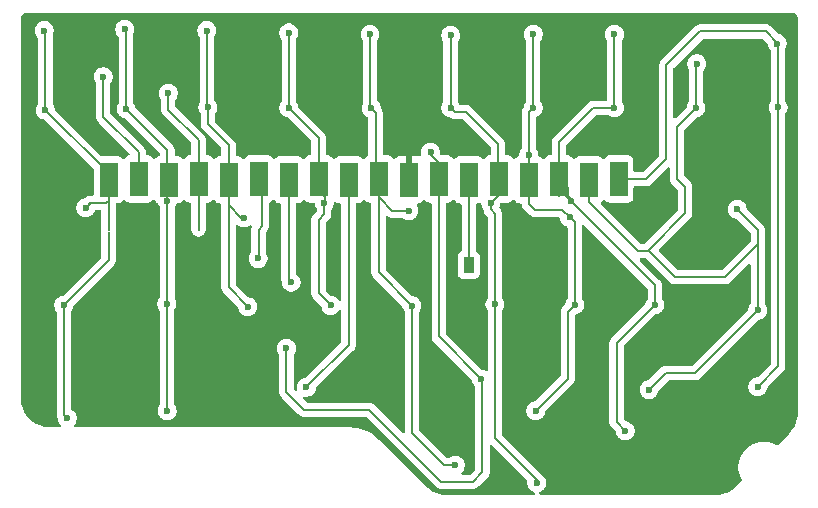
<source format=gbr>
%TF.GenerationSoftware,KiCad,Pcbnew,9.0.6*%
%TF.CreationDate,2026-02-02T21:34:12+11:00*%
%TF.ProjectId,Cooee_keyboard_68mm,436f6f65-655f-46b6-9579-626f6172645f,rev?*%
%TF.SameCoordinates,Original*%
%TF.FileFunction,Copper,L2,Bot*%
%TF.FilePolarity,Positive*%
%FSLAX46Y46*%
G04 Gerber Fmt 4.6, Leading zero omitted, Abs format (unit mm)*
G04 Created by KiCad (PCBNEW 9.0.6) date 2026-02-02 21:34:12*
%MOMM*%
%LPD*%
G01*
G04 APERTURE LIST*
%TA.AperFunction,SMDPad,CuDef*%
%ADD10R,1.500000X3.000000*%
%TD*%
%TA.AperFunction,SMDPad,CuDef*%
%ADD11R,0.850000X1.350000*%
%TD*%
%TA.AperFunction,ViaPad*%
%ADD12C,0.600000*%
%TD*%
%TA.AperFunction,Conductor*%
%ADD13C,0.200000*%
%TD*%
G04 APERTURE END LIST*
D10*
%TO.P,J99,1,Pin_1*%
%TO.N,COL10*%
X167929999Y-92965000D03*
%TO.P,J99,2,Pin_2*%
%TO.N,COL9*%
X165389999Y-93025000D03*
%TO.P,J99,3,Pin_3*%
%TO.N,COL8*%
X162849999Y-92965001D03*
%TO.P,J99,4,Pin_4*%
%TO.N,COL7*%
X160309999Y-93025000D03*
%TO.P,J99,5,Pin_5*%
%TO.N,COL6*%
X157769999Y-92965000D03*
%TO.P,J99,6,Pin_6*%
%TO.N,SPARE1*%
X155229999Y-93025000D03*
%TO.P,J99,7,Pin_7*%
%TO.N,+3.3V*%
X152689999Y-92965001D03*
%TO.P,J99,8,Pin_8*%
%TO.N,GND*%
X150149999Y-93025000D03*
%TO.P,J99,9,Pin_9*%
%TO.N,COL5*%
X147609999Y-92965000D03*
%TO.P,J99,10,Pin_10*%
%TO.N,ROW5*%
X145069998Y-93025000D03*
%TO.P,J99,11,Pin_11*%
%TO.N,COL4*%
X142529999Y-92965000D03*
%TO.P,J99,12,Pin_12*%
%TO.N,ROW4*%
X139989999Y-93025000D03*
%TO.P,J99,13,Pin_13*%
%TO.N,ROW3*%
X137449999Y-92965000D03*
%TO.P,J99,14,Pin_14*%
%TO.N,COL3*%
X134909999Y-93025001D03*
%TO.P,J99,15,Pin_15*%
%TO.N,ROW2*%
X132369999Y-92965000D03*
%TO.P,J99,16,Pin_16*%
%TO.N,COL2*%
X129829999Y-93025000D03*
%TO.P,J99,17,Pin_17*%
%TO.N,ROW1*%
X127289999Y-92965000D03*
%TO.P,J99,18,Pin_18*%
%TO.N,COL1*%
X124750000Y-93025000D03*
%TD*%
D11*
%TO.P,J2,1,Pin_1*%
%TO.N,SPARE1*%
X155229999Y-100229999D03*
%TD*%
D12*
%TO.N,GND*%
X157000000Y-87800000D03*
X172000000Y-93475000D03*
X167550000Y-95525000D03*
%TO.N,COL8*%
X163875000Y-94800000D03*
%TO.N,GND*%
X143925000Y-100750000D03*
X170800000Y-91075000D03*
X154425000Y-106100000D03*
%TO.N,COL7*%
X160325000Y-90925000D03*
%TO.N,+3.3V*%
X152000000Y-90725000D03*
%TO.N,GND*%
X127000000Y-100625000D03*
X125575000Y-105550000D03*
%TO.N,COL1*%
X119300000Y-80400000D03*
X121250000Y-113225000D03*
X122800000Y-95400000D03*
X119400000Y-87150000D03*
X120950000Y-103650000D03*
%TO.N,COL2*%
X129725000Y-94800000D03*
X129675000Y-103550000D03*
X129700000Y-112600000D03*
X126225000Y-87025000D03*
X126100000Y-80300000D03*
%TO.N,COL3*%
X133050000Y-80400000D03*
X133150000Y-86900000D03*
X136525000Y-103775000D03*
X136200000Y-96250000D03*
%TO.N,COL4*%
X143550000Y-103675000D03*
X143000000Y-95000000D03*
X140000000Y-86950000D03*
X140000000Y-80600000D03*
%TO.N,COL5*%
X150425000Y-103700000D03*
X154100000Y-117200000D03*
X150175000Y-95650000D03*
X146975000Y-86975000D03*
X146875000Y-80700000D03*
%TO.N,COL6*%
X153700000Y-80800000D03*
X157100000Y-95000000D03*
X161000000Y-118700000D03*
X157450000Y-103575000D03*
X153700000Y-86925000D03*
%TO.N,COL7*%
X163775000Y-96225000D03*
X164200000Y-103625000D03*
X160900000Y-112600000D03*
X160700000Y-80700000D03*
X160700000Y-86925000D03*
%TO.N,COL8*%
X171000000Y-103600000D03*
X167575000Y-86925000D03*
X167575000Y-80700000D03*
X168500000Y-114300000D03*
%TO.N,ROW1*%
X124300000Y-84300000D03*
%TO.N,ROW5*%
X141500000Y-110600000D03*
%TO.N,ROW2*%
X129800000Y-85700000D03*
%TO.N,ROW3*%
X137400000Y-99700000D03*
%TO.N,ROW4*%
X140200000Y-101700000D03*
%TO.N,COL10*%
X179700000Y-110550000D03*
X181425000Y-86900000D03*
X181350000Y-81500000D03*
%TO.N,COL9*%
X174550000Y-83200000D03*
X177975000Y-95525000D03*
X179700000Y-104075000D03*
X174475000Y-86950000D03*
X170500000Y-110800000D03*
%TO.N,GND*%
X165900000Y-112400000D03*
X153900000Y-111900000D03*
X171100000Y-87000000D03*
X164274786Y-80721993D03*
X163000000Y-114500000D03*
X141000000Y-105900000D03*
X171000000Y-82100000D03*
X122900000Y-83300000D03*
X165299999Y-114949331D03*
X117700000Y-84800000D03*
X177425000Y-81800000D03*
X149100000Y-113200000D03*
X120100000Y-92400000D03*
X125400000Y-109500000D03*
X143600000Y-79600000D03*
X179700000Y-84500000D03*
X150600000Y-82700000D03*
X157100000Y-81200000D03*
X167700000Y-103300000D03*
X137739459Y-112418234D03*
X168099999Y-118500000D03*
X122831199Y-86513413D03*
X129900000Y-82400000D03*
X136600000Y-81700000D03*
X155100000Y-114100000D03*
%TO.N,+3.3V*%
X156300000Y-109900000D03*
X139800000Y-107300000D03*
%TD*%
D13*
%TO.N,COL10*%
X171950000Y-83350000D02*
X171950000Y-91275000D01*
X174825000Y-80475000D02*
X171950000Y-83350000D01*
X170260000Y-92965000D02*
X167929999Y-92965000D01*
X180400000Y-80475000D02*
X174825000Y-80475000D01*
X181350000Y-81425000D02*
X180400000Y-80475000D01*
X171950000Y-91275000D02*
X170260000Y-92965000D01*
X181350000Y-81500000D02*
X181350000Y-81425000D01*
X181425000Y-81575000D02*
X181425000Y-86900000D01*
X181350000Y-81500000D02*
X181425000Y-81575000D01*
%TO.N,COL3*%
X135950000Y-96250000D02*
X134909999Y-95209999D01*
X134909999Y-95209999D02*
X134909999Y-93025001D01*
X136200000Y-96250000D02*
X135950000Y-96250000D01*
%TO.N,COL8*%
X163650000Y-94400000D02*
X163650000Y-93765002D01*
X163875000Y-94625000D02*
X163650000Y-94400000D01*
X163650000Y-93765002D02*
X162849999Y-92965001D01*
X163875000Y-94800000D02*
X163875000Y-94625000D01*
%TO.N,COL9*%
X165389999Y-94914999D02*
X165389999Y-93025000D01*
X169535000Y-99060000D02*
X165389999Y-94914999D01*
X170460000Y-99060000D02*
X169535000Y-99060000D01*
X174450000Y-86925000D02*
X174475000Y-86950000D01*
X174450000Y-83475000D02*
X174450000Y-86925000D01*
X174550000Y-83375000D02*
X174450000Y-83475000D01*
X174550000Y-83200000D02*
X174550000Y-83375000D01*
X173575000Y-95850000D02*
X170460000Y-98965000D01*
X173575000Y-93650000D02*
X173575000Y-95850000D01*
X172875000Y-92950000D02*
X173575000Y-93650000D01*
X172875000Y-88550000D02*
X172875000Y-92950000D01*
X174475000Y-86950000D02*
X172875000Y-88550000D01*
X170460000Y-98965000D02*
X170460000Y-99060000D01*
%TO.N,COL8*%
X171000000Y-101980000D02*
X171000000Y-103600000D01*
X165070000Y-96050000D02*
X171000000Y-101980000D01*
X165050000Y-96050000D02*
X165070000Y-96050000D01*
X162849999Y-93849999D02*
X165050000Y-96050000D01*
X162849999Y-92965001D02*
X162849999Y-93849999D01*
%TO.N,COL7*%
X160309999Y-95059999D02*
X160309999Y-93025000D01*
X163125000Y-95575000D02*
X160825000Y-95575000D01*
X163775000Y-96225000D02*
X163125000Y-95575000D01*
X160825000Y-95575000D02*
X160309999Y-95059999D01*
X164200000Y-96650000D02*
X164200000Y-103625000D01*
X163775000Y-96225000D02*
X164200000Y-96650000D01*
%TO.N,COL8*%
X162849999Y-89850001D02*
X162849999Y-92965001D01*
X165775000Y-86925000D02*
X162849999Y-89850001D01*
X167575000Y-86925000D02*
X165775000Y-86925000D01*
%TO.N,+3.3V*%
X152689999Y-106289999D02*
X156300000Y-109900000D01*
X152689999Y-92965001D02*
X152689999Y-106289999D01*
%TO.N,COL7*%
X160325000Y-87300000D02*
X160325000Y-90925000D01*
X160700000Y-86925000D02*
X160325000Y-87300000D01*
X160309999Y-90940001D02*
X160325000Y-90925000D01*
X160309999Y-93025000D02*
X160309999Y-90940001D01*
%TO.N,SPARE1*%
X155229999Y-100229999D02*
X155500000Y-100500000D01*
X155229999Y-93025000D02*
X155229999Y-100229999D01*
%TO.N,+3.3V*%
X152689999Y-91614999D02*
X152689999Y-92965001D01*
X152000000Y-90925000D02*
X152689999Y-91614999D01*
X152000000Y-90725000D02*
X152000000Y-90925000D01*
%TO.N,COL4*%
X142520000Y-93970000D02*
X142520000Y-89470000D01*
X143050000Y-94500000D02*
X142520000Y-93970000D01*
X143050000Y-94950000D02*
X143050000Y-94500000D01*
X143000000Y-95000000D02*
X143050000Y-94950000D01*
X142520000Y-89470000D02*
X140000000Y-86950000D01*
%TO.N,COL5*%
X147350000Y-93350000D02*
X147350000Y-87350000D01*
X147350000Y-87350000D02*
X146975000Y-86975000D01*
X147600000Y-94500000D02*
X147600000Y-93600000D01*
X147600000Y-93600000D02*
X147350000Y-93350000D01*
X147700000Y-94600000D02*
X147600000Y-94500000D01*
X147725000Y-94600000D02*
X147700000Y-94600000D01*
X150175000Y-95650000D02*
X148775000Y-95650000D01*
X148775000Y-95650000D02*
X147725000Y-94600000D01*
%TO.N,COL1*%
X123225000Y-94975000D02*
X123300000Y-94975000D01*
X120950000Y-112925000D02*
X121250000Y-113225000D01*
X124740000Y-94800000D02*
X124740000Y-97250000D01*
X122800000Y-95400000D02*
X123225000Y-94975000D01*
X124740000Y-92490000D02*
X119400000Y-87150000D01*
X124740000Y-92200000D02*
X124740000Y-94800000D01*
X120950000Y-103650000D02*
X120950000Y-112925000D01*
X124740000Y-93535000D02*
X124740000Y-92490000D01*
X124740000Y-97465000D02*
X124740000Y-99860000D01*
X124540000Y-95000000D02*
X124740000Y-94800000D01*
X119300000Y-80400000D02*
X119400000Y-80500000D01*
X124740000Y-99860000D02*
X120950000Y-103650000D01*
X123200000Y-95000000D02*
X124540000Y-95000000D01*
X122800000Y-95400000D02*
X123200000Y-95000000D01*
X119400000Y-80500000D02*
X119400000Y-87150000D01*
%TO.N,COL2*%
X129700000Y-112600000D02*
X129675000Y-112575000D01*
X126225000Y-80425000D02*
X126225000Y-87025000D01*
X129725000Y-94800000D02*
X129725000Y-103500000D01*
X129725000Y-94800000D02*
X129725000Y-90525000D01*
X129725000Y-90525000D02*
X126225000Y-87025000D01*
X129675000Y-112575000D02*
X129675000Y-103550000D01*
X126100000Y-80300000D02*
X126225000Y-80425000D01*
X129725000Y-103500000D02*
X129675000Y-103550000D01*
%TO.N,COL3*%
X134900000Y-90100000D02*
X133150000Y-88350000D01*
X133050000Y-86800000D02*
X133150000Y-86900000D01*
X133150000Y-88350000D02*
X133150000Y-86900000D01*
X134900000Y-102150000D02*
X136525000Y-103775000D01*
X134900000Y-93750000D02*
X134900000Y-90100000D01*
X133050000Y-80400000D02*
X133050000Y-86800000D01*
X134900000Y-97250000D02*
X134900000Y-92200000D01*
X134900000Y-97250000D02*
X134900000Y-102150000D01*
%TO.N,COL4*%
X143000000Y-95000000D02*
X143000000Y-95925000D01*
X140000000Y-80600000D02*
X140000000Y-86950000D01*
X143000000Y-95925000D02*
X142520000Y-96405000D01*
X142520000Y-102645000D02*
X143550000Y-103675000D01*
X142520000Y-96405000D02*
X142520000Y-102645000D01*
%TO.N,COL5*%
X147600000Y-97250000D02*
X147600000Y-100875000D01*
X150425000Y-114475000D02*
X150425000Y-103700000D01*
X147600000Y-92200000D02*
X147600000Y-97250000D01*
X146875000Y-86875000D02*
X146975000Y-86975000D01*
X153150000Y-117200000D02*
X150425000Y-114475000D01*
X147600000Y-100875000D02*
X150425000Y-103700000D01*
X154100000Y-117200000D02*
X153150000Y-117200000D01*
X146875000Y-80700000D02*
X146875000Y-86875000D01*
%TO.N,COL6*%
X157450000Y-114925000D02*
X157450000Y-103575000D01*
X153700000Y-80800000D02*
X153700000Y-86925000D01*
X155000000Y-87300000D02*
X154075000Y-87300000D01*
X161000000Y-118700000D02*
X161000000Y-118475000D01*
X161000000Y-118475000D02*
X157450000Y-114925000D01*
X157100000Y-95000000D02*
X157100000Y-95550000D01*
X157100000Y-95550000D02*
X157450000Y-95900000D01*
X157760000Y-94340000D02*
X157760000Y-92200000D01*
X157700000Y-92140000D02*
X157700000Y-90000000D01*
X157760000Y-92200000D02*
X157700000Y-92140000D01*
X157100000Y-95000000D02*
X157760000Y-94340000D01*
X157700000Y-90000000D02*
X155000000Y-87300000D01*
X157450000Y-95900000D02*
X157450000Y-103575000D01*
X154075000Y-87300000D02*
X153700000Y-86925000D01*
%TO.N,COL7*%
X160900000Y-112600000D02*
X163625000Y-109875000D01*
X164100000Y-103525000D02*
X164200000Y-103625000D01*
X163625000Y-104200000D02*
X164200000Y-103625000D01*
X160700000Y-86925000D02*
X160700000Y-80700000D01*
X163625000Y-109875000D02*
X163625000Y-104200000D01*
%TO.N,COL10*%
X167920000Y-92200000D02*
X167920000Y-94300000D01*
X168220000Y-94000000D02*
X167920000Y-94300000D01*
%TO.N,COL8*%
X167750000Y-106850000D02*
X171000000Y-103600000D01*
X167750000Y-113550000D02*
X167750000Y-106850000D01*
X167575000Y-80700000D02*
X167575000Y-86925000D01*
%TO.N,COL10*%
X167575000Y-91855000D02*
X167920000Y-92200000D01*
%TO.N,COL8*%
X168500000Y-114300000D02*
X167750000Y-113550000D01*
%TO.N,ROW1*%
X124300000Y-87700000D02*
X124300000Y-84300000D01*
X127280000Y-90680000D02*
X124300000Y-87700000D01*
X127280000Y-92200000D02*
X127280000Y-90680000D01*
%TO.N,ROW5*%
X145060000Y-97250000D02*
X145060000Y-107040000D01*
X145060000Y-107040000D02*
X141500000Y-110600000D01*
X145060000Y-92200000D02*
X145060000Y-97250000D01*
%TO.N,ROW2*%
X129800000Y-87100000D02*
X129800000Y-85700000D01*
X132360000Y-97250001D02*
X132360000Y-92199999D01*
X132360000Y-92199999D02*
X132360000Y-89660000D01*
X132360000Y-89660000D02*
X129800000Y-87100000D01*
%TO.N,ROW3*%
X137700000Y-92460000D02*
X137700000Y-96990000D01*
X137440000Y-99660000D02*
X137400000Y-99700000D01*
X137700000Y-96990000D02*
X137440000Y-97250000D01*
X137440000Y-97250000D02*
X137440000Y-99660000D01*
X137440000Y-92200000D02*
X137700000Y-92460000D01*
%TO.N,ROW4*%
X139980000Y-101480000D02*
X140200000Y-101700000D01*
X139980000Y-97250000D02*
X139980000Y-101480000D01*
X139980000Y-92200000D02*
X139980000Y-97250000D01*
%TO.N,COL10*%
X181425000Y-91400000D02*
X181425000Y-90700000D01*
X181425000Y-108825000D02*
X181425000Y-91400000D01*
X179700000Y-110550000D02*
X181425000Y-108825000D01*
X181425000Y-90700000D02*
X181425000Y-86900000D01*
%TO.N,COL9*%
X174400000Y-109400000D02*
X179700000Y-104100000D01*
X176900000Y-101300000D02*
X179700000Y-98500000D01*
X179700000Y-104075000D02*
X179700000Y-98500000D01*
X179700000Y-97250000D02*
X177975000Y-95525000D01*
X170500000Y-110800000D02*
X171900000Y-109400000D01*
X172700000Y-101300000D02*
X176900000Y-101300000D01*
X179700000Y-98500000D02*
X179700000Y-97250000D01*
X170460000Y-99060000D02*
X172700000Y-101300000D01*
X179700000Y-104100000D02*
X179700000Y-104075000D01*
X171900000Y-109400000D02*
X174400000Y-109400000D01*
%TO.N,GND*%
X122900000Y-86444612D02*
X122831199Y-86513413D01*
%TO.N,+3.3V*%
X156400000Y-110000000D02*
X156300000Y-109900000D01*
X152900000Y-118600000D02*
X155600000Y-118600000D01*
X139800000Y-107300000D02*
X139800000Y-111000000D01*
X141300000Y-112500000D02*
X146800000Y-112500000D01*
X155600000Y-118600000D02*
X156400000Y-117800000D01*
%TO.N,COL8*%
X162840000Y-92200000D02*
X162840000Y-94400000D01*
%TO.N,+3.3V*%
X146800000Y-112500000D02*
X152900000Y-118600000D01*
X156400000Y-117800000D02*
X156400000Y-110000000D01*
X139800000Y-111000000D02*
X141300000Y-112500000D01*
X152700000Y-92180000D02*
X152680000Y-92200000D01*
%TO.N,GND*%
X150000000Y-92060000D02*
X150140000Y-92200000D01*
%TO.N,SPARE1*%
X155200000Y-92179999D02*
X155220000Y-92199999D01*
%TD*%
%TA.AperFunction,Conductor*%
%TO.N,GND*%
G36*
X141370139Y-94754768D02*
G01*
X141381717Y-94768130D01*
X141422453Y-94822546D01*
X141422456Y-94822548D01*
X141537663Y-94908793D01*
X141537670Y-94908797D01*
X141537673Y-94908798D01*
X141672516Y-94959091D01*
X141732126Y-94965500D01*
X142075949Y-94965499D01*
X142142988Y-94985183D01*
X142188743Y-95037987D01*
X142198154Y-95072899D01*
X142198311Y-95072868D01*
X142198775Y-95075203D01*
X142199351Y-95077338D01*
X142199499Y-95078840D01*
X142230261Y-95233489D01*
X142230264Y-95233501D01*
X142290602Y-95379172D01*
X142290609Y-95379185D01*
X142378602Y-95510874D01*
X142384252Y-95528920D01*
X142394477Y-95544830D01*
X142398928Y-95575789D01*
X142399480Y-95577551D01*
X142399500Y-95579764D01*
X142399500Y-95624901D01*
X142379815Y-95691940D01*
X142363181Y-95712582D01*
X142144214Y-95931548D01*
X142144215Y-95931549D01*
X142039478Y-96036286D01*
X142018642Y-96072376D01*
X142008223Y-96090423D01*
X141985073Y-96130520D01*
X141961611Y-96171158D01*
X141960423Y-96173215D01*
X141919499Y-96325943D01*
X141919499Y-96325945D01*
X141919499Y-96494046D01*
X141919500Y-96494059D01*
X141919500Y-102558330D01*
X141919499Y-102558348D01*
X141919499Y-102724054D01*
X141919498Y-102724054D01*
X141960423Y-102876787D01*
X141968403Y-102890607D01*
X141968402Y-102890607D01*
X141968404Y-102890609D01*
X142039475Y-103013709D01*
X142039481Y-103013717D01*
X142158349Y-103132585D01*
X142158355Y-103132590D01*
X142715425Y-103689660D01*
X142748910Y-103750983D01*
X142749361Y-103753149D01*
X142780261Y-103908491D01*
X142780264Y-103908501D01*
X142840602Y-104054172D01*
X142840609Y-104054185D01*
X142928210Y-104185288D01*
X142928213Y-104185292D01*
X143039707Y-104296786D01*
X143039711Y-104296789D01*
X143170814Y-104384390D01*
X143170827Y-104384397D01*
X143269046Y-104425080D01*
X143316503Y-104444737D01*
X143447706Y-104470835D01*
X143471153Y-104475499D01*
X143471156Y-104475500D01*
X143471158Y-104475500D01*
X143628844Y-104475500D01*
X143628845Y-104475499D01*
X143783497Y-104444737D01*
X143929179Y-104384394D01*
X144060289Y-104296789D01*
X144171789Y-104185289D01*
X144214784Y-104120943D01*
X144232398Y-104094582D01*
X144286010Y-104049777D01*
X144355335Y-104041070D01*
X144418363Y-104071224D01*
X144455082Y-104130668D01*
X144459500Y-104163473D01*
X144459500Y-106739903D01*
X144439815Y-106806942D01*
X144423181Y-106827584D01*
X141485339Y-109765425D01*
X141424016Y-109798910D01*
X141421850Y-109799361D01*
X141266508Y-109830261D01*
X141266498Y-109830264D01*
X141120827Y-109890602D01*
X141120814Y-109890609D01*
X140989711Y-109978210D01*
X140989707Y-109978213D01*
X140878213Y-110089707D01*
X140878210Y-110089711D01*
X140790609Y-110220814D01*
X140790602Y-110220827D01*
X140730264Y-110366498D01*
X140730261Y-110366510D01*
X140699500Y-110521153D01*
X140699500Y-110678846D01*
X140711977Y-110741572D01*
X140705750Y-110811164D01*
X140662887Y-110866341D01*
X140596997Y-110889585D01*
X140529000Y-110873517D01*
X140502679Y-110853444D01*
X140436819Y-110787584D01*
X140403334Y-110726261D01*
X140400500Y-110699903D01*
X140400500Y-107879765D01*
X140420185Y-107812726D01*
X140421398Y-107810874D01*
X140509390Y-107679185D01*
X140509390Y-107679184D01*
X140509394Y-107679179D01*
X140569737Y-107533497D01*
X140600500Y-107378842D01*
X140600500Y-107221158D01*
X140600500Y-107221155D01*
X140600499Y-107221153D01*
X140580191Y-107119058D01*
X140569737Y-107066503D01*
X140526013Y-106960943D01*
X140509397Y-106920827D01*
X140509390Y-106920814D01*
X140421789Y-106789711D01*
X140421786Y-106789707D01*
X140310292Y-106678213D01*
X140310288Y-106678210D01*
X140179185Y-106590609D01*
X140179172Y-106590602D01*
X140033501Y-106530264D01*
X140033489Y-106530261D01*
X139878845Y-106499500D01*
X139878842Y-106499500D01*
X139721158Y-106499500D01*
X139721155Y-106499500D01*
X139566510Y-106530261D01*
X139566498Y-106530264D01*
X139420827Y-106590602D01*
X139420814Y-106590609D01*
X139289711Y-106678210D01*
X139289707Y-106678213D01*
X139178213Y-106789707D01*
X139178210Y-106789711D01*
X139090609Y-106920814D01*
X139090602Y-106920827D01*
X139030264Y-107066498D01*
X139030261Y-107066510D01*
X138999500Y-107221153D01*
X138999500Y-107378846D01*
X139030261Y-107533489D01*
X139030264Y-107533501D01*
X139090602Y-107679172D01*
X139090609Y-107679185D01*
X139178602Y-107810874D01*
X139199480Y-107877551D01*
X139199500Y-107879765D01*
X139199500Y-110913330D01*
X139199499Y-110913348D01*
X139199499Y-111079054D01*
X139199498Y-111079054D01*
X139240423Y-111231786D01*
X139240424Y-111231787D01*
X139256363Y-111259394D01*
X139308962Y-111350499D01*
X139319481Y-111368717D01*
X139438349Y-111487585D01*
X139438355Y-111487590D01*
X140815139Y-112864374D01*
X140815149Y-112864385D01*
X140819479Y-112868715D01*
X140819480Y-112868716D01*
X140931284Y-112980520D01*
X140931286Y-112980521D01*
X140931290Y-112980524D01*
X141029497Y-113037223D01*
X141068216Y-113059577D01*
X141180019Y-113089534D01*
X141220942Y-113100500D01*
X141220943Y-113100500D01*
X146499903Y-113100500D01*
X146566942Y-113120185D01*
X146587583Y-113136818D01*
X152531284Y-119080520D01*
X152531286Y-119080521D01*
X152531290Y-119080524D01*
X152668209Y-119159573D01*
X152668212Y-119159575D01*
X152668216Y-119159577D01*
X152820943Y-119200501D01*
X152820945Y-119200501D01*
X152986654Y-119200501D01*
X152986670Y-119200500D01*
X155513331Y-119200500D01*
X155513347Y-119200501D01*
X155520943Y-119200501D01*
X155679054Y-119200501D01*
X155679057Y-119200501D01*
X155831785Y-119159577D01*
X155886244Y-119128135D01*
X155886245Y-119128135D01*
X155968709Y-119080524D01*
X155968708Y-119080524D01*
X155968716Y-119080520D01*
X156080520Y-118968716D01*
X156080520Y-118968714D01*
X156090724Y-118958511D01*
X156090728Y-118958506D01*
X156758506Y-118290728D01*
X156758511Y-118290724D01*
X156768714Y-118280520D01*
X156768716Y-118280520D01*
X156880520Y-118168716D01*
X156934916Y-118074499D01*
X156959577Y-118031785D01*
X157000501Y-117879057D01*
X157000501Y-117720943D01*
X157000501Y-117713348D01*
X157000500Y-117713330D01*
X157000500Y-115624097D01*
X157020185Y-115557058D01*
X157072989Y-115511303D01*
X157142147Y-115501359D01*
X157205703Y-115530384D01*
X157212181Y-115536416D01*
X160168796Y-118493031D01*
X160202281Y-118554354D01*
X160202733Y-118604899D01*
X160199500Y-118621153D01*
X160199500Y-118778846D01*
X160230261Y-118933489D01*
X160230264Y-118933501D01*
X160290602Y-119079172D01*
X160290609Y-119079185D01*
X160378210Y-119210288D01*
X160378213Y-119210292D01*
X160489707Y-119321786D01*
X160489711Y-119321789D01*
X160620814Y-119409390D01*
X160620827Y-119409397D01*
X160745262Y-119460939D01*
X160799666Y-119504779D01*
X160821731Y-119571074D01*
X160804452Y-119638773D01*
X160753315Y-119686384D01*
X160697810Y-119699500D01*
X153416134Y-119699500D01*
X153408529Y-119699499D01*
X153408526Y-119699499D01*
X153378266Y-119699499D01*
X153346109Y-119699499D01*
X153346108Y-119699498D01*
X153339160Y-119699304D01*
X153069727Y-119684177D01*
X153055909Y-119682620D01*
X152793306Y-119638005D01*
X152779749Y-119634911D01*
X152523791Y-119561174D01*
X152510666Y-119556582D01*
X152264571Y-119454650D01*
X152252042Y-119448617D01*
X152018896Y-119319766D01*
X152007122Y-119312367D01*
X151789892Y-119158237D01*
X151779020Y-119149568D01*
X151578174Y-118970085D01*
X151573119Y-118965305D01*
X147686250Y-115078436D01*
X147679178Y-115071364D01*
X147679177Y-115071362D01*
X147668294Y-115060479D01*
X147668244Y-115060388D01*
X147511006Y-114903153D01*
X147510997Y-114903145D01*
X147281333Y-114714669D01*
X147245132Y-114684960D01*
X147245130Y-114684958D01*
X147245127Y-114684956D01*
X146959156Y-114493880D01*
X146959150Y-114493877D01*
X146655825Y-114331751D01*
X146655821Y-114331750D01*
X146338075Y-114200139D01*
X146338067Y-114200136D01*
X146008943Y-114100301D01*
X146008937Y-114100300D01*
X145839016Y-114066503D01*
X145671605Y-114033205D01*
X145671601Y-114033204D01*
X145671598Y-114033204D01*
X145671589Y-114033203D01*
X145469810Y-114013332D01*
X145329322Y-113999497D01*
X145329319Y-113999497D01*
X145157352Y-113999500D01*
X121906941Y-113999500D01*
X121839902Y-113979815D01*
X121794147Y-113927011D01*
X121784203Y-113857853D01*
X121813228Y-113794297D01*
X121819260Y-113787819D01*
X121871786Y-113735292D01*
X121871789Y-113735289D01*
X121959394Y-113604179D01*
X122019737Y-113458497D01*
X122050500Y-113303842D01*
X122050500Y-113146158D01*
X122050500Y-113146155D01*
X122050499Y-113146153D01*
X122033278Y-113059577D01*
X122019737Y-112991503D01*
X121990069Y-112919878D01*
X121959397Y-112845827D01*
X121959390Y-112845814D01*
X121871789Y-112714711D01*
X121871786Y-112714707D01*
X121760292Y-112603213D01*
X121760288Y-112603210D01*
X121629185Y-112515609D01*
X121629169Y-112515601D01*
X121627038Y-112514718D01*
X121626094Y-112513957D01*
X121623809Y-112512736D01*
X121624040Y-112512302D01*
X121572638Y-112470873D01*
X121550579Y-112404577D01*
X121550500Y-112400161D01*
X121550500Y-104229765D01*
X121570185Y-104162726D01*
X121571398Y-104160874D01*
X121575868Y-104154185D01*
X121659394Y-104029179D01*
X121719737Y-103883497D01*
X121746543Y-103748735D01*
X121750638Y-103728150D01*
X121783023Y-103666239D01*
X121784519Y-103664715D01*
X125098506Y-100350727D01*
X125098511Y-100350724D01*
X125108714Y-100340520D01*
X125108716Y-100340520D01*
X125220520Y-100228716D01*
X125299577Y-100091784D01*
X125340500Y-99939057D01*
X125340500Y-97385943D01*
X125340500Y-97385942D01*
X125339439Y-97377884D01*
X125341479Y-97377615D01*
X125341479Y-97337384D01*
X125339439Y-97337116D01*
X125340500Y-97329057D01*
X125340500Y-95149499D01*
X125360185Y-95082460D01*
X125412989Y-95036705D01*
X125464500Y-95025499D01*
X125547871Y-95025499D01*
X125547872Y-95025499D01*
X125607483Y-95019091D01*
X125742331Y-94968796D01*
X125857546Y-94882546D01*
X125943192Y-94768137D01*
X125999124Y-94726268D01*
X126068816Y-94721284D01*
X126130139Y-94754769D01*
X126141723Y-94768138D01*
X126182454Y-94822547D01*
X126297663Y-94908793D01*
X126297670Y-94908797D01*
X126432516Y-94959091D01*
X126432515Y-94959091D01*
X126439443Y-94959835D01*
X126492126Y-94965500D01*
X128087871Y-94965499D01*
X128147482Y-94959091D01*
X128282330Y-94908796D01*
X128397545Y-94822546D01*
X128438276Y-94768135D01*
X128494206Y-94726267D01*
X128563897Y-94721283D01*
X128625221Y-94754767D01*
X128636806Y-94768138D01*
X128722451Y-94882544D01*
X128722454Y-94882547D01*
X128837665Y-94968794D01*
X128837663Y-94968794D01*
X128837667Y-94968795D01*
X128837668Y-94968796D01*
X128894481Y-94989985D01*
X128950412Y-95031853D01*
X128965708Y-95058714D01*
X129015602Y-95179172D01*
X129015609Y-95179185D01*
X129103602Y-95310874D01*
X129124480Y-95377551D01*
X129124500Y-95379765D01*
X129124500Y-102917059D01*
X129104815Y-102984098D01*
X129088181Y-103004740D01*
X129053213Y-103039707D01*
X129053210Y-103039711D01*
X128965609Y-103170814D01*
X128965602Y-103170827D01*
X128905264Y-103316498D01*
X128905261Y-103316510D01*
X128874500Y-103471153D01*
X128874500Y-103628846D01*
X128905261Y-103783489D01*
X128905264Y-103783501D01*
X128965602Y-103929172D01*
X128965609Y-103929185D01*
X129053602Y-104060874D01*
X129074480Y-104127551D01*
X129074500Y-104129765D01*
X129074500Y-112057650D01*
X129054815Y-112124689D01*
X129053626Y-112126503D01*
X129050431Y-112131286D01*
X128990609Y-112220815D01*
X128990602Y-112220828D01*
X128930264Y-112366498D01*
X128930261Y-112366510D01*
X128899500Y-112521153D01*
X128899500Y-112678846D01*
X128930261Y-112833489D01*
X128930264Y-112833501D01*
X128990602Y-112979172D01*
X128990609Y-112979185D01*
X129078210Y-113110288D01*
X129078213Y-113110292D01*
X129189707Y-113221786D01*
X129189711Y-113221789D01*
X129320814Y-113309390D01*
X129320827Y-113309397D01*
X129466498Y-113369735D01*
X129466503Y-113369737D01*
X129621153Y-113400499D01*
X129621156Y-113400500D01*
X129621158Y-113400500D01*
X129778844Y-113400500D01*
X129778845Y-113400499D01*
X129933497Y-113369737D01*
X130079179Y-113309394D01*
X130210289Y-113221789D01*
X130321789Y-113110289D01*
X130409394Y-112979179D01*
X130469737Y-112833497D01*
X130500500Y-112678842D01*
X130500500Y-112521158D01*
X130500500Y-112521155D01*
X130500499Y-112521153D01*
X130492913Y-112483016D01*
X130469737Y-112366503D01*
X130409397Y-112220828D01*
X130409397Y-112220827D01*
X130409390Y-112220814D01*
X130321789Y-112089711D01*
X130321786Y-112089707D01*
X130311819Y-112079740D01*
X130278334Y-112018417D01*
X130275500Y-111992059D01*
X130275500Y-104129765D01*
X130295185Y-104062726D01*
X130296398Y-104060874D01*
X130300868Y-104054185D01*
X130384394Y-103929179D01*
X130444737Y-103783497D01*
X130475500Y-103628842D01*
X130475500Y-103471158D01*
X130475500Y-103471155D01*
X130475499Y-103471153D01*
X130464627Y-103416498D01*
X130444737Y-103316503D01*
X130419435Y-103255417D01*
X130384397Y-103170828D01*
X130384396Y-103170827D01*
X130384394Y-103170821D01*
X130346396Y-103113953D01*
X130325520Y-103047276D01*
X130325500Y-103045064D01*
X130325500Y-95379765D01*
X130345185Y-95312726D01*
X130346398Y-95310874D01*
X130434390Y-95179185D01*
X130434390Y-95179184D01*
X130434394Y-95179179D01*
X130462394Y-95111580D01*
X130466343Y-95102047D01*
X130510183Y-95047643D01*
X130576477Y-95025578D01*
X130580904Y-95025499D01*
X130627870Y-95025499D01*
X130627871Y-95025499D01*
X130687482Y-95019091D01*
X130822330Y-94968796D01*
X130937545Y-94882546D01*
X131023192Y-94768136D01*
X131079124Y-94726267D01*
X131148816Y-94721283D01*
X131210139Y-94754768D01*
X131221717Y-94768130D01*
X131262453Y-94822546D01*
X131262456Y-94822548D01*
X131377663Y-94908793D01*
X131377670Y-94908797D01*
X131377673Y-94908798D01*
X131512516Y-94959091D01*
X131572126Y-94965500D01*
X131635500Y-94965499D01*
X131702538Y-94985183D01*
X131748294Y-95037986D01*
X131759500Y-95089499D01*
X131759500Y-97329058D01*
X131795234Y-97462417D01*
X131800423Y-97481784D01*
X131800426Y-97481791D01*
X131879475Y-97618710D01*
X131879479Y-97618715D01*
X131879480Y-97618717D01*
X131991284Y-97730521D01*
X131991286Y-97730522D01*
X131991290Y-97730525D01*
X132128209Y-97809574D01*
X132128216Y-97809578D01*
X132280943Y-97850501D01*
X132280945Y-97850501D01*
X132439055Y-97850501D01*
X132439057Y-97850501D01*
X132591784Y-97809578D01*
X132728716Y-97730521D01*
X132840520Y-97618717D01*
X132919577Y-97481785D01*
X132960500Y-97329058D01*
X132960500Y-95089499D01*
X132980185Y-95022460D01*
X133032989Y-94976705D01*
X133084500Y-94965499D01*
X133167870Y-94965499D01*
X133167871Y-94965499D01*
X133227482Y-94959091D01*
X133362330Y-94908796D01*
X133477545Y-94822546D01*
X133518275Y-94768137D01*
X133574207Y-94726268D01*
X133643898Y-94721284D01*
X133705221Y-94754769D01*
X133716806Y-94768139D01*
X133802451Y-94882545D01*
X133802454Y-94882548D01*
X133917663Y-94968794D01*
X133917670Y-94968798D01*
X133938870Y-94976705D01*
X134052516Y-95019092D01*
X134112126Y-95025501D01*
X134175500Y-95025500D01*
X134242538Y-95045184D01*
X134288294Y-95097987D01*
X134299500Y-95149500D01*
X134299500Y-102063330D01*
X134299499Y-102063348D01*
X134299499Y-102229054D01*
X134299498Y-102229054D01*
X134313175Y-102280097D01*
X134340423Y-102381785D01*
X134356363Y-102409394D01*
X134369358Y-102431900D01*
X134369359Y-102431904D01*
X134369360Y-102431904D01*
X134391202Y-102469737D01*
X134419479Y-102518714D01*
X134419481Y-102518717D01*
X134538349Y-102637585D01*
X134538355Y-102637590D01*
X135690425Y-103789660D01*
X135723910Y-103850983D01*
X135724361Y-103853149D01*
X135755261Y-104008491D01*
X135755264Y-104008501D01*
X135815602Y-104154172D01*
X135815609Y-104154185D01*
X135903210Y-104285288D01*
X135903213Y-104285292D01*
X136014707Y-104396786D01*
X136014711Y-104396789D01*
X136145814Y-104484390D01*
X136145827Y-104484397D01*
X136274934Y-104537874D01*
X136291503Y-104544737D01*
X136446153Y-104575499D01*
X136446156Y-104575500D01*
X136446158Y-104575500D01*
X136603844Y-104575500D01*
X136603845Y-104575499D01*
X136758497Y-104544737D01*
X136904179Y-104484394D01*
X137035289Y-104396789D01*
X137146789Y-104285289D01*
X137234394Y-104154179D01*
X137294737Y-104008497D01*
X137325500Y-103853842D01*
X137325500Y-103696158D01*
X137325500Y-103696155D01*
X137325499Y-103696153D01*
X137319235Y-103664660D01*
X137294737Y-103541503D01*
X137275955Y-103496158D01*
X137234397Y-103395827D01*
X137234390Y-103395814D01*
X137146789Y-103264711D01*
X137146786Y-103264707D01*
X137035292Y-103153213D01*
X137035288Y-103153210D01*
X136904185Y-103065609D01*
X136904172Y-103065602D01*
X136758501Y-103005264D01*
X136758491Y-103005261D01*
X136603149Y-102974361D01*
X136541238Y-102941976D01*
X136539660Y-102940425D01*
X135536819Y-101937584D01*
X135503334Y-101876261D01*
X135500500Y-101849903D01*
X135500500Y-96977350D01*
X135520185Y-96910311D01*
X135572989Y-96864556D01*
X135642147Y-96854612D01*
X135693391Y-96874248D01*
X135820814Y-96959390D01*
X135820827Y-96959397D01*
X135962831Y-97018216D01*
X135966503Y-97019737D01*
X136121153Y-97050499D01*
X136121156Y-97050500D01*
X136121158Y-97050500D01*
X136278844Y-97050500D01*
X136278845Y-97050499D01*
X136433497Y-97019737D01*
X136579179Y-96959394D01*
X136624522Y-96929097D01*
X136691381Y-96884423D01*
X136758058Y-96863545D01*
X136825438Y-96882029D01*
X136872129Y-96934008D01*
X136883305Y-97002978D01*
X136880047Y-97019616D01*
X136839499Y-97170943D01*
X136839499Y-97170945D01*
X136839499Y-97339046D01*
X136839500Y-97339059D01*
X136839500Y-99077059D01*
X136819815Y-99144098D01*
X136803181Y-99164740D01*
X136778213Y-99189707D01*
X136778210Y-99189711D01*
X136690609Y-99320814D01*
X136690602Y-99320827D01*
X136630264Y-99466498D01*
X136630261Y-99466510D01*
X136599500Y-99621153D01*
X136599500Y-99778846D01*
X136630261Y-99933489D01*
X136630264Y-99933501D01*
X136690602Y-100079172D01*
X136690609Y-100079185D01*
X136778210Y-100210288D01*
X136778213Y-100210292D01*
X136889707Y-100321786D01*
X136889711Y-100321789D01*
X137020814Y-100409390D01*
X137020827Y-100409397D01*
X137166498Y-100469735D01*
X137166503Y-100469737D01*
X137321153Y-100500499D01*
X137321156Y-100500500D01*
X137321158Y-100500500D01*
X137478844Y-100500500D01*
X137478845Y-100500499D01*
X137633497Y-100469737D01*
X137779179Y-100409394D01*
X137910289Y-100321789D01*
X138021789Y-100210289D01*
X138109394Y-100079179D01*
X138169737Y-99933497D01*
X138200500Y-99778842D01*
X138200500Y-99621158D01*
X138200500Y-99621155D01*
X138200499Y-99621153D01*
X138198532Y-99611265D01*
X138169737Y-99466503D01*
X138109394Y-99320821D01*
X138061397Y-99248988D01*
X138040520Y-99182312D01*
X138040500Y-99180099D01*
X138040500Y-97550098D01*
X138060185Y-97483059D01*
X138076819Y-97462417D01*
X138120942Y-97418293D01*
X138180520Y-97358716D01*
X138259577Y-97221784D01*
X138300501Y-97069057D01*
X138300501Y-96910942D01*
X138300501Y-96903347D01*
X138300500Y-96903329D01*
X138300500Y-95047790D01*
X138320185Y-94980751D01*
X138372989Y-94934996D01*
X138381168Y-94931608D01*
X138442325Y-94908798D01*
X138442325Y-94908797D01*
X138442330Y-94908796D01*
X138557545Y-94822546D01*
X138598276Y-94768135D01*
X138654206Y-94726267D01*
X138723897Y-94721283D01*
X138785221Y-94754767D01*
X138796806Y-94768138D01*
X138882451Y-94882544D01*
X138882454Y-94882547D01*
X138997663Y-94968793D01*
X138997670Y-94968797D01*
X139029721Y-94980751D01*
X139132516Y-95019091D01*
X139192126Y-95025500D01*
X139255500Y-95025499D01*
X139322538Y-95045183D01*
X139368294Y-95097986D01*
X139379500Y-95149499D01*
X139379500Y-101393330D01*
X139379499Y-101393348D01*
X139379499Y-101400943D01*
X139379499Y-101559057D01*
X139393494Y-101611284D01*
X139395275Y-101617932D01*
X139399500Y-101650026D01*
X139399500Y-101778846D01*
X139430261Y-101933489D01*
X139430264Y-101933501D01*
X139490602Y-102079172D01*
X139490609Y-102079185D01*
X139578210Y-102210288D01*
X139578213Y-102210292D01*
X139689707Y-102321786D01*
X139689711Y-102321789D01*
X139820814Y-102409390D01*
X139820827Y-102409397D01*
X139966498Y-102469735D01*
X139966503Y-102469737D01*
X140121153Y-102500499D01*
X140121156Y-102500500D01*
X140121158Y-102500500D01*
X140278844Y-102500500D01*
X140278845Y-102500499D01*
X140433497Y-102469737D01*
X140579179Y-102409394D01*
X140710289Y-102321789D01*
X140821789Y-102210289D01*
X140909394Y-102079179D01*
X140912806Y-102070943D01*
X140969735Y-101933501D01*
X140969737Y-101933497D01*
X141000500Y-101778842D01*
X141000500Y-101621158D01*
X141000500Y-101621155D01*
X141000499Y-101621153D01*
X140988147Y-101559055D01*
X140969737Y-101466503D01*
X140944468Y-101405497D01*
X140909397Y-101320827D01*
X140909390Y-101320814D01*
X140821789Y-101189711D01*
X140821786Y-101189707D01*
X140710292Y-101078213D01*
X140635608Y-101028310D01*
X140590804Y-100974697D01*
X140580500Y-100925208D01*
X140580500Y-95149499D01*
X140600185Y-95082460D01*
X140652989Y-95036705D01*
X140704500Y-95025499D01*
X140787870Y-95025499D01*
X140787871Y-95025499D01*
X140847482Y-95019091D01*
X140982330Y-94968796D01*
X141097545Y-94882546D01*
X141183192Y-94768136D01*
X141239124Y-94726267D01*
X141308816Y-94721283D01*
X141370139Y-94754768D01*
G37*
%TD.AperFunction*%
%TA.AperFunction,Conductor*%
G36*
X182606922Y-78901280D02*
G01*
X182697266Y-78911459D01*
X182724331Y-78917636D01*
X182803540Y-78945352D01*
X182828553Y-78957398D01*
X182899606Y-79002043D01*
X182921313Y-79019355D01*
X182980644Y-79078686D01*
X182997957Y-79100395D01*
X183042600Y-79171444D01*
X183054648Y-79196462D01*
X183082362Y-79275666D01*
X183088540Y-79302735D01*
X183098720Y-79393076D01*
X183099500Y-79406961D01*
X183099500Y-112691470D01*
X183099499Y-112691474D01*
X183099499Y-112709435D01*
X183099499Y-112719018D01*
X183099499Y-112753888D01*
X183099304Y-112760839D01*
X183084177Y-113030272D01*
X183082620Y-113044090D01*
X183038005Y-113306693D01*
X183034911Y-113320250D01*
X182961174Y-113576208D01*
X182956582Y-113589333D01*
X182854650Y-113835428D01*
X182848617Y-113847957D01*
X182719766Y-114081103D01*
X182712367Y-114092877D01*
X182558233Y-114310112D01*
X182549563Y-114320984D01*
X182370093Y-114521815D01*
X182365314Y-114526870D01*
X181426161Y-115466023D01*
X181364838Y-115499508D01*
X181295146Y-115494524D01*
X181276480Y-115485729D01*
X181185016Y-115432922D01*
X181185005Y-115432917D01*
X180923928Y-115324775D01*
X180650966Y-115251635D01*
X180370796Y-115214751D01*
X180370795Y-115214751D01*
X180088205Y-115214751D01*
X180088204Y-115214751D01*
X179808033Y-115251635D01*
X179535071Y-115324775D01*
X179273997Y-115432916D01*
X179273987Y-115432920D01*
X179029260Y-115574213D01*
X178805067Y-115746242D01*
X178805060Y-115746248D01*
X178605248Y-115946060D01*
X178605242Y-115946067D01*
X178433213Y-116170260D01*
X178291920Y-116414987D01*
X178291916Y-116414997D01*
X178183775Y-116676071D01*
X178110635Y-116949033D01*
X178073751Y-117229204D01*
X178073751Y-117511795D01*
X178110635Y-117791966D01*
X178183775Y-118064928D01*
X178291916Y-118326002D01*
X178291918Y-118326007D01*
X178344730Y-118417481D01*
X178361202Y-118485381D01*
X178338349Y-118551408D01*
X178325023Y-118567161D01*
X177927235Y-118964949D01*
X177922180Y-118969729D01*
X177720966Y-119149541D01*
X177710095Y-119158210D01*
X177492856Y-119312347D01*
X177481081Y-119319745D01*
X177247952Y-119448587D01*
X177235423Y-119454621D01*
X176989324Y-119556555D01*
X176976199Y-119561147D01*
X176720244Y-119634883D01*
X176706688Y-119637977D01*
X176444087Y-119682592D01*
X176430268Y-119684149D01*
X176160329Y-119699304D01*
X176153380Y-119699499D01*
X176121599Y-119699499D01*
X176091474Y-119699499D01*
X176091470Y-119699499D01*
X176083866Y-119699500D01*
X176083865Y-119699499D01*
X176083864Y-119699500D01*
X161302190Y-119699500D01*
X161235151Y-119679815D01*
X161189396Y-119627011D01*
X161179452Y-119557853D01*
X161208477Y-119494297D01*
X161254738Y-119460939D01*
X161379172Y-119409397D01*
X161379172Y-119409396D01*
X161379179Y-119409394D01*
X161510289Y-119321789D01*
X161621789Y-119210289D01*
X161709394Y-119079179D01*
X161769737Y-118933497D01*
X161800500Y-118778842D01*
X161800500Y-118621158D01*
X161800500Y-118621155D01*
X161800499Y-118621153D01*
X161784336Y-118539898D01*
X161769737Y-118466503D01*
X161749432Y-118417481D01*
X161709397Y-118320827D01*
X161709390Y-118320814D01*
X161621789Y-118189711D01*
X161621786Y-118189707D01*
X161510292Y-118078213D01*
X161510284Y-118078207D01*
X161379181Y-117990607D01*
X161379180Y-117990606D01*
X161377484Y-117989904D01*
X161375958Y-117988884D01*
X161373806Y-117987734D01*
X161373919Y-117987521D01*
X161337261Y-117963026D01*
X158086819Y-114712584D01*
X158053334Y-114651261D01*
X158050500Y-114624903D01*
X158050500Y-104154765D01*
X158070185Y-104087726D01*
X158071398Y-104085874D01*
X158075868Y-104079185D01*
X158159394Y-103954179D01*
X158219737Y-103808497D01*
X158250500Y-103653842D01*
X158250500Y-103496158D01*
X158250500Y-103496155D01*
X158250499Y-103496153D01*
X158245527Y-103471158D01*
X158219737Y-103341503D01*
X158211170Y-103320821D01*
X158159397Y-103195827D01*
X158159390Y-103195814D01*
X158071398Y-103064125D01*
X158050520Y-102997447D01*
X158050500Y-102995234D01*
X158050500Y-95989060D01*
X158050501Y-95989047D01*
X158050501Y-95820944D01*
X158048533Y-95813599D01*
X158009577Y-95668216D01*
X157991892Y-95637584D01*
X157930524Y-95531290D01*
X157930518Y-95531282D01*
X157858907Y-95459671D01*
X157825422Y-95398348D01*
X157830406Y-95328656D01*
X157832027Y-95324537D01*
X157833429Y-95321153D01*
X157869737Y-95233497D01*
X157894658Y-95108214D01*
X157900638Y-95078151D01*
X157909402Y-95061394D01*
X157913423Y-95042915D01*
X157932167Y-95017876D01*
X157933023Y-95016240D01*
X157934574Y-95014661D01*
X157947417Y-95001818D01*
X158008740Y-94968333D01*
X158035098Y-94965499D01*
X158567870Y-94965499D01*
X158567871Y-94965499D01*
X158627482Y-94959091D01*
X158762330Y-94908796D01*
X158877545Y-94822546D01*
X158918276Y-94768135D01*
X158974206Y-94726267D01*
X159043897Y-94721283D01*
X159105221Y-94754767D01*
X159116806Y-94768138D01*
X159202451Y-94882544D01*
X159202454Y-94882547D01*
X159317663Y-94968793D01*
X159317670Y-94968797D01*
X159349721Y-94980751D01*
X159452516Y-95019091D01*
X159512126Y-95025500D01*
X159585802Y-95025499D01*
X159652840Y-95045183D01*
X159698596Y-95097986D01*
X159703862Y-95111580D01*
X159709498Y-95129127D01*
X159709498Y-95139056D01*
X159750422Y-95291784D01*
X159769310Y-95324499D01*
X159775931Y-95335966D01*
X159775932Y-95335970D01*
X159829476Y-95428711D01*
X159829480Y-95428716D01*
X159948348Y-95547584D01*
X159948354Y-95547589D01*
X160340139Y-95939374D01*
X160340149Y-95939385D01*
X160344479Y-95943715D01*
X160344480Y-95943716D01*
X160456284Y-96055520D01*
X160456286Y-96055521D01*
X160456290Y-96055524D01*
X160551087Y-96110254D01*
X160593216Y-96134577D01*
X160689175Y-96160289D01*
X160745942Y-96175500D01*
X160745943Y-96175500D01*
X162824903Y-96175500D01*
X162854343Y-96184144D01*
X162884330Y-96190668D01*
X162889345Y-96194422D01*
X162891942Y-96195185D01*
X162912584Y-96211819D01*
X162940425Y-96239660D01*
X162973910Y-96300983D01*
X162974361Y-96303149D01*
X163005261Y-96458491D01*
X163005264Y-96458501D01*
X163065602Y-96604172D01*
X163065609Y-96604185D01*
X163153210Y-96735288D01*
X163153213Y-96735292D01*
X163264707Y-96846786D01*
X163264711Y-96846789D01*
X163395814Y-96934390D01*
X163395821Y-96934394D01*
X163522955Y-96987054D01*
X163577355Y-97030892D01*
X163599421Y-97097186D01*
X163599500Y-97101613D01*
X163599500Y-103045234D01*
X163579815Y-103112273D01*
X163578602Y-103114125D01*
X163490609Y-103245814D01*
X163490602Y-103245827D01*
X163430264Y-103391498D01*
X163430261Y-103391508D01*
X163399362Y-103546847D01*
X163390596Y-103563604D01*
X163386577Y-103582081D01*
X163367832Y-103607122D01*
X163366977Y-103608758D01*
X163365427Y-103610336D01*
X163321921Y-103653842D01*
X163256285Y-103719478D01*
X163256284Y-103719479D01*
X163249218Y-103726546D01*
X163249215Y-103726547D01*
X163249214Y-103726548D01*
X163249215Y-103726549D01*
X163144478Y-103831286D01*
X163128766Y-103858501D01*
X163099902Y-103908497D01*
X163094361Y-103918094D01*
X163094359Y-103918096D01*
X163065425Y-103968209D01*
X163065424Y-103968210D01*
X163056932Y-103999903D01*
X163024499Y-104120943D01*
X163024499Y-104120945D01*
X163024499Y-104289046D01*
X163024500Y-104289059D01*
X163024500Y-109574903D01*
X163004815Y-109641942D01*
X162988181Y-109662584D01*
X160885339Y-111765425D01*
X160824016Y-111798910D01*
X160821850Y-111799361D01*
X160666508Y-111830261D01*
X160666498Y-111830264D01*
X160520827Y-111890602D01*
X160520814Y-111890609D01*
X160389711Y-111978210D01*
X160389707Y-111978213D01*
X160278213Y-112089707D01*
X160278210Y-112089711D01*
X160190609Y-112220814D01*
X160190602Y-112220827D01*
X160130264Y-112366498D01*
X160130261Y-112366510D01*
X160099500Y-112521153D01*
X160099500Y-112678846D01*
X160130261Y-112833489D01*
X160130264Y-112833501D01*
X160190602Y-112979172D01*
X160190609Y-112979185D01*
X160278210Y-113110288D01*
X160278213Y-113110292D01*
X160389707Y-113221786D01*
X160389711Y-113221789D01*
X160520814Y-113309390D01*
X160520827Y-113309397D01*
X160666498Y-113369735D01*
X160666503Y-113369737D01*
X160821153Y-113400499D01*
X160821156Y-113400500D01*
X160821158Y-113400500D01*
X160978844Y-113400500D01*
X160978845Y-113400499D01*
X161133497Y-113369737D01*
X161279179Y-113309394D01*
X161410289Y-113221789D01*
X161521789Y-113110289D01*
X161609394Y-112979179D01*
X161669737Y-112833497D01*
X161689969Y-112731784D01*
X161700638Y-112678150D01*
X161733023Y-112616239D01*
X161734519Y-112614715D01*
X163983506Y-110365727D01*
X163983511Y-110365724D01*
X163993714Y-110355520D01*
X163993716Y-110355520D01*
X164105520Y-110243716D01*
X164168096Y-110135331D01*
X164184577Y-110106785D01*
X164225501Y-109954057D01*
X164225501Y-109795943D01*
X164225501Y-109788348D01*
X164225500Y-109788330D01*
X164225500Y-104537874D01*
X164245185Y-104470835D01*
X164297989Y-104425080D01*
X164325309Y-104416257D01*
X164433497Y-104394737D01*
X164579179Y-104334394D01*
X164710289Y-104246789D01*
X164821789Y-104135289D01*
X164909394Y-104004179D01*
X164912719Y-103996153D01*
X164930102Y-103954185D01*
X164969737Y-103858497D01*
X165000500Y-103703842D01*
X165000500Y-103546158D01*
X165000500Y-103546155D01*
X165000499Y-103546153D01*
X164995527Y-103521158D01*
X164969737Y-103391503D01*
X164959380Y-103366498D01*
X164909397Y-103245827D01*
X164909390Y-103245814D01*
X164821398Y-103114125D01*
X164800520Y-103047447D01*
X164800500Y-103045234D01*
X164800500Y-96929097D01*
X164820185Y-96862058D01*
X164872989Y-96816303D01*
X164942147Y-96806359D01*
X165005703Y-96835384D01*
X165012181Y-96841416D01*
X170363181Y-102192416D01*
X170396666Y-102253739D01*
X170399500Y-102280097D01*
X170399500Y-103020234D01*
X170379815Y-103087273D01*
X170378602Y-103089125D01*
X170290609Y-103220814D01*
X170290602Y-103220827D01*
X170230264Y-103366498D01*
X170230261Y-103366508D01*
X170199361Y-103521850D01*
X170166976Y-103583761D01*
X170165425Y-103585339D01*
X167269482Y-106481281D01*
X167269480Y-106481283D01*
X167269480Y-106481284D01*
X167224333Y-106559481D01*
X167224332Y-106559481D01*
X167190424Y-106618212D01*
X167190423Y-106618213D01*
X167174347Y-106678210D01*
X167149499Y-106770943D01*
X167149499Y-106770945D01*
X167149499Y-106939046D01*
X167149500Y-106939059D01*
X167149500Y-113463330D01*
X167149499Y-113463348D01*
X167149499Y-113629054D01*
X167149498Y-113629054D01*
X167190424Y-113781789D01*
X167190425Y-113781790D01*
X167215661Y-113825499D01*
X167215662Y-113825501D01*
X167269475Y-113918709D01*
X167269481Y-113918717D01*
X167388349Y-114037585D01*
X167388355Y-114037590D01*
X167665425Y-114314660D01*
X167698910Y-114375983D01*
X167699361Y-114378149D01*
X167730261Y-114533491D01*
X167730264Y-114533501D01*
X167790602Y-114679172D01*
X167790609Y-114679185D01*
X167878210Y-114810288D01*
X167878213Y-114810292D01*
X167989707Y-114921786D01*
X167989711Y-114921789D01*
X168120814Y-115009390D01*
X168120827Y-115009397D01*
X168243932Y-115060388D01*
X168266503Y-115069737D01*
X168421153Y-115100499D01*
X168421156Y-115100500D01*
X168421158Y-115100500D01*
X168578844Y-115100500D01*
X168578845Y-115100499D01*
X168733497Y-115069737D01*
X168879179Y-115009394D01*
X169010289Y-114921789D01*
X169121789Y-114810289D01*
X169209394Y-114679179D01*
X169269737Y-114533497D01*
X169300500Y-114378842D01*
X169300500Y-114221158D01*
X169300500Y-114221155D01*
X169300499Y-114221153D01*
X169276460Y-114100301D01*
X169269737Y-114066503D01*
X169254833Y-114030521D01*
X169209397Y-113920827D01*
X169209390Y-113920814D01*
X169121789Y-113789711D01*
X169121786Y-113789707D01*
X169010292Y-113678213D01*
X169010288Y-113678210D01*
X168879185Y-113590609D01*
X168879172Y-113590602D01*
X168733501Y-113530264D01*
X168733491Y-113530261D01*
X168578149Y-113499361D01*
X168561392Y-113490595D01*
X168542914Y-113486576D01*
X168517877Y-113467833D01*
X168516238Y-113466976D01*
X168514660Y-113465425D01*
X168386819Y-113337584D01*
X168353334Y-113276261D01*
X168350500Y-113249903D01*
X168350500Y-107150097D01*
X168370185Y-107083058D01*
X168386819Y-107062416D01*
X169459333Y-105989902D01*
X171014662Y-104434572D01*
X171075983Y-104401089D01*
X171078150Y-104400638D01*
X171136085Y-104389113D01*
X171233497Y-104369737D01*
X171379179Y-104309394D01*
X171510289Y-104221789D01*
X171621789Y-104110289D01*
X171709394Y-103979179D01*
X171713938Y-103968210D01*
X171730102Y-103929185D01*
X171769737Y-103833497D01*
X171800500Y-103678842D01*
X171800500Y-103521158D01*
X171800500Y-103521155D01*
X171800499Y-103521153D01*
X171769737Y-103366503D01*
X171750812Y-103320814D01*
X171709397Y-103220827D01*
X171709390Y-103220814D01*
X171621398Y-103089125D01*
X171600520Y-103022447D01*
X171600500Y-103020234D01*
X171600500Y-101900944D01*
X171600500Y-101900943D01*
X171600381Y-101900500D01*
X171597441Y-101889529D01*
X171586506Y-101848717D01*
X171568233Y-101780521D01*
X171559577Y-101748216D01*
X171513678Y-101668716D01*
X171480524Y-101611290D01*
X171480521Y-101611286D01*
X171480520Y-101611284D01*
X171368716Y-101499480D01*
X171368715Y-101499479D01*
X171364385Y-101495149D01*
X171364374Y-101495139D01*
X169741416Y-99872181D01*
X169707931Y-99810858D01*
X169712915Y-99741166D01*
X169754787Y-99685233D01*
X169820251Y-99660816D01*
X169829097Y-99660500D01*
X170159903Y-99660500D01*
X170226942Y-99680185D01*
X170247584Y-99696819D01*
X172215139Y-101664374D01*
X172215149Y-101664385D01*
X172219479Y-101668715D01*
X172219480Y-101668716D01*
X172331284Y-101780520D01*
X172331286Y-101780521D01*
X172331290Y-101780524D01*
X172449404Y-101848716D01*
X172468216Y-101859577D01*
X172580019Y-101889534D01*
X172620942Y-101900500D01*
X172620943Y-101900500D01*
X176813331Y-101900500D01*
X176813347Y-101900501D01*
X176820943Y-101900501D01*
X176979054Y-101900501D01*
X176979057Y-101900501D01*
X177131785Y-101859577D01*
X177181904Y-101830639D01*
X177268716Y-101780520D01*
X177380520Y-101668716D01*
X177380520Y-101668714D01*
X177390728Y-101658507D01*
X177390729Y-101658504D01*
X178887820Y-100161413D01*
X178949142Y-100127930D01*
X179018834Y-100132914D01*
X179074767Y-100174786D01*
X179099184Y-100240250D01*
X179099500Y-100249096D01*
X179099500Y-103495234D01*
X179079815Y-103562273D01*
X179078602Y-103564125D01*
X178990609Y-103695814D01*
X178990602Y-103695827D01*
X178930264Y-103841498D01*
X178930261Y-103841510D01*
X178899500Y-103996153D01*
X178899500Y-103999903D01*
X178898944Y-104001793D01*
X178898903Y-104002218D01*
X178898822Y-104002210D01*
X178879815Y-104066942D01*
X178863181Y-104087584D01*
X174187584Y-108763181D01*
X174126261Y-108796666D01*
X174099903Y-108799500D01*
X171986669Y-108799500D01*
X171986653Y-108799499D01*
X171979057Y-108799499D01*
X171820943Y-108799499D01*
X171713587Y-108828265D01*
X171668210Y-108840424D01*
X171668209Y-108840425D01*
X171618096Y-108869359D01*
X171618095Y-108869360D01*
X171574689Y-108894420D01*
X171531285Y-108919479D01*
X171531282Y-108919481D01*
X170485339Y-109965425D01*
X170424016Y-109998910D01*
X170421850Y-109999361D01*
X170266508Y-110030261D01*
X170266498Y-110030264D01*
X170120827Y-110090602D01*
X170120814Y-110090609D01*
X169989711Y-110178210D01*
X169989707Y-110178213D01*
X169878213Y-110289707D01*
X169878210Y-110289711D01*
X169790609Y-110420814D01*
X169790602Y-110420827D01*
X169730264Y-110566498D01*
X169730261Y-110566510D01*
X169699500Y-110721153D01*
X169699500Y-110878846D01*
X169730261Y-111033489D01*
X169730264Y-111033501D01*
X169790602Y-111179172D01*
X169790609Y-111179185D01*
X169878210Y-111310288D01*
X169878213Y-111310292D01*
X169989707Y-111421786D01*
X169989711Y-111421789D01*
X170120814Y-111509390D01*
X170120827Y-111509397D01*
X170266498Y-111569735D01*
X170266503Y-111569737D01*
X170405171Y-111597320D01*
X170421153Y-111600499D01*
X170421156Y-111600500D01*
X170421158Y-111600500D01*
X170578844Y-111600500D01*
X170578845Y-111600499D01*
X170733497Y-111569737D01*
X170879179Y-111509394D01*
X171010289Y-111421789D01*
X171121789Y-111310289D01*
X171209394Y-111179179D01*
X171269737Y-111033497D01*
X171298363Y-110889585D01*
X171300638Y-110878150D01*
X171333023Y-110816239D01*
X171334518Y-110814716D01*
X172112416Y-110036819D01*
X172173739Y-110003334D01*
X172200097Y-110000500D01*
X174313331Y-110000500D01*
X174313347Y-110000501D01*
X174320943Y-110000501D01*
X174479054Y-110000501D01*
X174479057Y-110000501D01*
X174631785Y-109959577D01*
X174692541Y-109924499D01*
X174768716Y-109880520D01*
X174880520Y-109768716D01*
X174880520Y-109768714D01*
X174890724Y-109758511D01*
X174890727Y-109758506D01*
X179745870Y-104903364D01*
X179807191Y-104869881D01*
X179809358Y-104869430D01*
X179819180Y-104867476D01*
X179933497Y-104844737D01*
X180079179Y-104784394D01*
X180210289Y-104696789D01*
X180321789Y-104585289D01*
X180409394Y-104454179D01*
X180469737Y-104308497D01*
X180500500Y-104153842D01*
X180500500Y-103996158D01*
X180500500Y-103996155D01*
X180500499Y-103996153D01*
X180494941Y-103968210D01*
X180469737Y-103841503D01*
X180469735Y-103841498D01*
X180409397Y-103695827D01*
X180409390Y-103695814D01*
X180321398Y-103564125D01*
X180300520Y-103497447D01*
X180300500Y-103495234D01*
X180300500Y-98579060D01*
X180300501Y-98579057D01*
X180300501Y-98420943D01*
X180300500Y-98420939D01*
X180300500Y-97170943D01*
X180259577Y-97018216D01*
X180252682Y-97006273D01*
X180180524Y-96881290D01*
X180180521Y-96881286D01*
X180180520Y-96881284D01*
X180068716Y-96769480D01*
X180068715Y-96769479D01*
X180064385Y-96765149D01*
X180064374Y-96765139D01*
X178809574Y-95510339D01*
X178776089Y-95449016D01*
X178775638Y-95446849D01*
X178750635Y-95321153D01*
X178744737Y-95291503D01*
X178720712Y-95233501D01*
X178684397Y-95145827D01*
X178684390Y-95145814D01*
X178596789Y-95014711D01*
X178596786Y-95014707D01*
X178485292Y-94903213D01*
X178485288Y-94903210D01*
X178354185Y-94815609D01*
X178354172Y-94815602D01*
X178208501Y-94755264D01*
X178208489Y-94755261D01*
X178053845Y-94724500D01*
X178053842Y-94724500D01*
X177896158Y-94724500D01*
X177896155Y-94724500D01*
X177741510Y-94755261D01*
X177741498Y-94755264D01*
X177595827Y-94815602D01*
X177595814Y-94815609D01*
X177464711Y-94903210D01*
X177464707Y-94903213D01*
X177353213Y-95014707D01*
X177353210Y-95014711D01*
X177265609Y-95145814D01*
X177265602Y-95145827D01*
X177205264Y-95291498D01*
X177205261Y-95291510D01*
X177174500Y-95446153D01*
X177174500Y-95603846D01*
X177205261Y-95758489D01*
X177205264Y-95758501D01*
X177265602Y-95904172D01*
X177265609Y-95904185D01*
X177353210Y-96035288D01*
X177353213Y-96035292D01*
X177464707Y-96146786D01*
X177464711Y-96146789D01*
X177595814Y-96234390D01*
X177595827Y-96234397D01*
X177686101Y-96271789D01*
X177741503Y-96294737D01*
X177783793Y-96303149D01*
X177896849Y-96325638D01*
X177958760Y-96358023D01*
X177960339Y-96359574D01*
X179063181Y-97462416D01*
X179096666Y-97523739D01*
X179099500Y-97550097D01*
X179099500Y-98199903D01*
X179079815Y-98266942D01*
X179063181Y-98287584D01*
X176687584Y-100663181D01*
X176626261Y-100696666D01*
X176599903Y-100699500D01*
X173000097Y-100699500D01*
X172933058Y-100679815D01*
X172912416Y-100663181D01*
X171349415Y-99100180D01*
X171315930Y-99038857D01*
X171320914Y-98969165D01*
X171349411Y-98924823D01*
X173933506Y-96340727D01*
X173933511Y-96340724D01*
X173943714Y-96330520D01*
X173943716Y-96330520D01*
X174055520Y-96218716D01*
X174118637Y-96109394D01*
X174134577Y-96081785D01*
X174175500Y-95929058D01*
X174175500Y-95770943D01*
X174175500Y-93570943D01*
X174134577Y-93418216D01*
X174104583Y-93366264D01*
X174055524Y-93281290D01*
X174055521Y-93281286D01*
X174055520Y-93281284D01*
X173943716Y-93169480D01*
X173943715Y-93169479D01*
X173939385Y-93165149D01*
X173939374Y-93165139D01*
X173511819Y-92737584D01*
X173478334Y-92676261D01*
X173475500Y-92649903D01*
X173475500Y-88850097D01*
X173495185Y-88783058D01*
X173511819Y-88762416D01*
X173845181Y-88429054D01*
X174489664Y-87784571D01*
X174550985Y-87751088D01*
X174553152Y-87750637D01*
X174553841Y-87750500D01*
X174553842Y-87750500D01*
X174708497Y-87719737D01*
X174854179Y-87659394D01*
X174985289Y-87571789D01*
X175096789Y-87460289D01*
X175184394Y-87329179D01*
X175244737Y-87183497D01*
X175275500Y-87028842D01*
X175275500Y-86871158D01*
X175275500Y-86871155D01*
X175275499Y-86871153D01*
X175270527Y-86846158D01*
X175244737Y-86716503D01*
X175234380Y-86691498D01*
X175184397Y-86570827D01*
X175184390Y-86570814D01*
X175096789Y-86439711D01*
X175096786Y-86439707D01*
X175086819Y-86429740D01*
X175053334Y-86368417D01*
X175050500Y-86342059D01*
X175050500Y-83882940D01*
X175070185Y-83815901D01*
X175086814Y-83795263D01*
X175171789Y-83710289D01*
X175259394Y-83579179D01*
X175319737Y-83433497D01*
X175350500Y-83278842D01*
X175350500Y-83121158D01*
X175350500Y-83121155D01*
X175350499Y-83121153D01*
X175322677Y-82981284D01*
X175319737Y-82966503D01*
X175279549Y-82869480D01*
X175259397Y-82820827D01*
X175259390Y-82820814D01*
X175171789Y-82689711D01*
X175171786Y-82689707D01*
X175060292Y-82578213D01*
X175060288Y-82578210D01*
X174929185Y-82490609D01*
X174929172Y-82490602D01*
X174783501Y-82430264D01*
X174783489Y-82430261D01*
X174628845Y-82399500D01*
X174628842Y-82399500D01*
X174471158Y-82399500D01*
X174471155Y-82399500D01*
X174316510Y-82430261D01*
X174316498Y-82430264D01*
X174170827Y-82490602D01*
X174170814Y-82490609D01*
X174039711Y-82578210D01*
X174039707Y-82578213D01*
X173928213Y-82689707D01*
X173928210Y-82689711D01*
X173840609Y-82820814D01*
X173840602Y-82820827D01*
X173780264Y-82966498D01*
X173780261Y-82966510D01*
X173749500Y-83121153D01*
X173749500Y-83278846D01*
X173780261Y-83433489D01*
X173780264Y-83433501D01*
X173840061Y-83577864D01*
X173849500Y-83625316D01*
X173849500Y-86407650D01*
X173829815Y-86474689D01*
X173828602Y-86476541D01*
X173765609Y-86570815D01*
X173765602Y-86570828D01*
X173705264Y-86716498D01*
X173705261Y-86716508D01*
X173674362Y-86871848D01*
X173641977Y-86933759D01*
X173640426Y-86935337D01*
X172762181Y-87813583D01*
X172700858Y-87847068D01*
X172631167Y-87842084D01*
X172575233Y-87800212D01*
X172550816Y-87734748D01*
X172550500Y-87725902D01*
X172550500Y-83650097D01*
X172570185Y-83583058D01*
X172586819Y-83562416D01*
X175037416Y-81111819D01*
X175098739Y-81078334D01*
X175125097Y-81075500D01*
X180099903Y-81075500D01*
X180166942Y-81095185D01*
X180187584Y-81111819D01*
X180513181Y-81437416D01*
X180546666Y-81498739D01*
X180549500Y-81525097D01*
X180549500Y-81578846D01*
X180580261Y-81733489D01*
X180580264Y-81733501D01*
X180640602Y-81879172D01*
X180640609Y-81879185D01*
X180728209Y-82010287D01*
X180728210Y-82010288D01*
X180728211Y-82010289D01*
X180788182Y-82070260D01*
X180821666Y-82131581D01*
X180824500Y-82157940D01*
X180824500Y-86320234D01*
X180804815Y-86387273D01*
X180803602Y-86389125D01*
X180715609Y-86520814D01*
X180715602Y-86520827D01*
X180655264Y-86666498D01*
X180655261Y-86666510D01*
X180624500Y-86821153D01*
X180624500Y-86978846D01*
X180655261Y-87133489D01*
X180655264Y-87133501D01*
X180715602Y-87279172D01*
X180715609Y-87279185D01*
X180803602Y-87410874D01*
X180824480Y-87477551D01*
X180824500Y-87479765D01*
X180824500Y-108524903D01*
X180804815Y-108591942D01*
X180788181Y-108612584D01*
X179685339Y-109715425D01*
X179624016Y-109748910D01*
X179621850Y-109749361D01*
X179466508Y-109780261D01*
X179466498Y-109780264D01*
X179320827Y-109840602D01*
X179320814Y-109840609D01*
X179189711Y-109928210D01*
X179189707Y-109928213D01*
X179078213Y-110039707D01*
X179078210Y-110039711D01*
X178990609Y-110170814D01*
X178990602Y-110170827D01*
X178930264Y-110316498D01*
X178930261Y-110316510D01*
X178899500Y-110471153D01*
X178899500Y-110628846D01*
X178930261Y-110783489D01*
X178930264Y-110783501D01*
X178990602Y-110929172D01*
X178990609Y-110929185D01*
X179078210Y-111060288D01*
X179078213Y-111060292D01*
X179189707Y-111171786D01*
X179189711Y-111171789D01*
X179320814Y-111259390D01*
X179320827Y-111259397D01*
X179466498Y-111319735D01*
X179466503Y-111319737D01*
X179621153Y-111350499D01*
X179621156Y-111350500D01*
X179621158Y-111350500D01*
X179778844Y-111350500D01*
X179778845Y-111350499D01*
X179933497Y-111319737D01*
X180079179Y-111259394D01*
X180210289Y-111171789D01*
X180321789Y-111060289D01*
X180409394Y-110929179D01*
X180412806Y-110920943D01*
X180469735Y-110783501D01*
X180469737Y-110783497D01*
X180496543Y-110648735D01*
X180500638Y-110628150D01*
X180533023Y-110566239D01*
X180534520Y-110564714D01*
X181783506Y-109315727D01*
X181783511Y-109315724D01*
X181793714Y-109305520D01*
X181793716Y-109305520D01*
X181905520Y-109193716D01*
X181984577Y-109056784D01*
X182021367Y-108919481D01*
X182021368Y-108919480D01*
X182022240Y-108916222D01*
X182025500Y-108904058D01*
X182025500Y-108745943D01*
X182025500Y-91320943D01*
X182025500Y-90620943D01*
X182025500Y-87479765D01*
X182045185Y-87412726D01*
X182046398Y-87410874D01*
X182050868Y-87404185D01*
X182134394Y-87279179D01*
X182137806Y-87270943D01*
X182158516Y-87220943D01*
X182194737Y-87133497D01*
X182225500Y-86978842D01*
X182225500Y-86821158D01*
X182225500Y-86821155D01*
X182225499Y-86821153D01*
X182213386Y-86760256D01*
X182194737Y-86666503D01*
X182186170Y-86645821D01*
X182134397Y-86520827D01*
X182134390Y-86520814D01*
X182046398Y-86389125D01*
X182025520Y-86322447D01*
X182025500Y-86320234D01*
X182025500Y-81967519D01*
X182045185Y-81900480D01*
X182046398Y-81898628D01*
X182059394Y-81879179D01*
X182119737Y-81733497D01*
X182150500Y-81578842D01*
X182150500Y-81421158D01*
X182150500Y-81421155D01*
X182150499Y-81421153D01*
X182128563Y-81310874D01*
X182119737Y-81266503D01*
X182096453Y-81210289D01*
X182059397Y-81120827D01*
X182059390Y-81120814D01*
X181971789Y-80989711D01*
X181971786Y-80989707D01*
X181860292Y-80878213D01*
X181860288Y-80878210D01*
X181729185Y-80790609D01*
X181729172Y-80790602D01*
X181583501Y-80730264D01*
X181583489Y-80730261D01*
X181521774Y-80717985D01*
X181459863Y-80685600D01*
X181458284Y-80684049D01*
X180887590Y-80113355D01*
X180887588Y-80113352D01*
X180768717Y-79994481D01*
X180768709Y-79994475D01*
X180675087Y-79940423D01*
X180675085Y-79940422D01*
X180631790Y-79915425D01*
X180631789Y-79915424D01*
X180619263Y-79912067D01*
X180479057Y-79874499D01*
X180320943Y-79874499D01*
X180313347Y-79874499D01*
X180313331Y-79874500D01*
X174911669Y-79874500D01*
X174911653Y-79874499D01*
X174904057Y-79874499D01*
X174745943Y-79874499D01*
X174638587Y-79903265D01*
X174593210Y-79915424D01*
X174593209Y-79915425D01*
X174549915Y-79940422D01*
X174549913Y-79940423D01*
X174456290Y-79994475D01*
X174456282Y-79994481D01*
X171469481Y-82981282D01*
X171469479Y-82981285D01*
X171419361Y-83068094D01*
X171419359Y-83068096D01*
X171390425Y-83118209D01*
X171390424Y-83118210D01*
X171389635Y-83121155D01*
X171349499Y-83270943D01*
X171349499Y-83270945D01*
X171349499Y-83439046D01*
X171349500Y-83439059D01*
X171349500Y-90974903D01*
X171329815Y-91041942D01*
X171313181Y-91062584D01*
X170047584Y-92328181D01*
X169986261Y-92361666D01*
X169959903Y-92364500D01*
X169304498Y-92364500D01*
X169237459Y-92344815D01*
X169191704Y-92292011D01*
X169180498Y-92240500D01*
X169180498Y-91417129D01*
X169180497Y-91417123D01*
X169174090Y-91357516D01*
X169123796Y-91222671D01*
X169123792Y-91222664D01*
X169037546Y-91107455D01*
X169037543Y-91107452D01*
X168922334Y-91021206D01*
X168922327Y-91021202D01*
X168787481Y-90970908D01*
X168787482Y-90970908D01*
X168727882Y-90964501D01*
X168727880Y-90964500D01*
X168727872Y-90964500D01*
X168727863Y-90964500D01*
X167132128Y-90964500D01*
X167132122Y-90964501D01*
X167072515Y-90970908D01*
X166937670Y-91021202D01*
X166937663Y-91021206D01*
X166822454Y-91107452D01*
X166736806Y-91221862D01*
X166680872Y-91263732D01*
X166611180Y-91268716D01*
X166549857Y-91235230D01*
X166538281Y-91221870D01*
X166497545Y-91167454D01*
X166497543Y-91167452D01*
X166497542Y-91167451D01*
X166382334Y-91081206D01*
X166382327Y-91081202D01*
X166247481Y-91030908D01*
X166247482Y-91030908D01*
X166187882Y-91024501D01*
X166187880Y-91024500D01*
X166187872Y-91024500D01*
X166187863Y-91024500D01*
X164592128Y-91024500D01*
X164592122Y-91024501D01*
X164532515Y-91030908D01*
X164397670Y-91081202D01*
X164397663Y-91081206D01*
X164282454Y-91167452D01*
X164282453Y-91167453D01*
X164241721Y-91221863D01*
X164185787Y-91263733D01*
X164116095Y-91268716D01*
X164054773Y-91235229D01*
X164043189Y-91221861D01*
X163957545Y-91107455D01*
X163922476Y-91081202D01*
X163842334Y-91021207D01*
X163842327Y-91021203D01*
X163707481Y-90970909D01*
X163707482Y-90970909D01*
X163647882Y-90964502D01*
X163647880Y-90964501D01*
X163647872Y-90964501D01*
X163647864Y-90964501D01*
X163574499Y-90964501D01*
X163507460Y-90944816D01*
X163461705Y-90892012D01*
X163450499Y-90840501D01*
X163450499Y-90150098D01*
X163470184Y-90083059D01*
X163486818Y-90062417D01*
X165987416Y-87561819D01*
X166048739Y-87528334D01*
X166075097Y-87525500D01*
X166995234Y-87525500D01*
X167062273Y-87545185D01*
X167064125Y-87546398D01*
X167195814Y-87634390D01*
X167195827Y-87634397D01*
X167341498Y-87694735D01*
X167341503Y-87694737D01*
X167467176Y-87719735D01*
X167496153Y-87725499D01*
X167496156Y-87725500D01*
X167496158Y-87725500D01*
X167653844Y-87725500D01*
X167653845Y-87725499D01*
X167808497Y-87694737D01*
X167954179Y-87634394D01*
X168085289Y-87546789D01*
X168196789Y-87435289D01*
X168284394Y-87304179D01*
X168344737Y-87158497D01*
X168375500Y-87003842D01*
X168375500Y-86846158D01*
X168375500Y-86846155D01*
X168375499Y-86846153D01*
X168370527Y-86821158D01*
X168344737Y-86691503D01*
X168323284Y-86639711D01*
X168284397Y-86545827D01*
X168284390Y-86545814D01*
X168196398Y-86414125D01*
X168175520Y-86347447D01*
X168175500Y-86345234D01*
X168175500Y-81279765D01*
X168195185Y-81212726D01*
X168196398Y-81210874D01*
X168217185Y-81179765D01*
X168284394Y-81079179D01*
X168344737Y-80933497D01*
X168375500Y-80778842D01*
X168375500Y-80621158D01*
X168375500Y-80621155D01*
X168375499Y-80621153D01*
X168358061Y-80533489D01*
X168344737Y-80466503D01*
X168284534Y-80321158D01*
X168284397Y-80320827D01*
X168284390Y-80320814D01*
X168196789Y-80189711D01*
X168196786Y-80189707D01*
X168085292Y-80078213D01*
X168085288Y-80078210D01*
X167954185Y-79990609D01*
X167954172Y-79990602D01*
X167808501Y-79930264D01*
X167808489Y-79930261D01*
X167653845Y-79899500D01*
X167653842Y-79899500D01*
X167496158Y-79899500D01*
X167496155Y-79899500D01*
X167341510Y-79930261D01*
X167341498Y-79930264D01*
X167195827Y-79990602D01*
X167195814Y-79990609D01*
X167064711Y-80078210D01*
X167064707Y-80078213D01*
X166953213Y-80189707D01*
X166953210Y-80189711D01*
X166865609Y-80320814D01*
X166865602Y-80320827D01*
X166805264Y-80466498D01*
X166805261Y-80466510D01*
X166774500Y-80621153D01*
X166774500Y-80778846D01*
X166805261Y-80933489D01*
X166805264Y-80933501D01*
X166865602Y-81079172D01*
X166865609Y-81079185D01*
X166953602Y-81210874D01*
X166974480Y-81277551D01*
X166974500Y-81279765D01*
X166974500Y-86200500D01*
X166954815Y-86267539D01*
X166902011Y-86313294D01*
X166850500Y-86324500D01*
X165854057Y-86324500D01*
X165695943Y-86324500D01*
X165543215Y-86365423D01*
X165543214Y-86365423D01*
X165543212Y-86365424D01*
X165543209Y-86365425D01*
X165499915Y-86390422D01*
X165499913Y-86390423D01*
X165406290Y-86444475D01*
X165406282Y-86444481D01*
X162369480Y-89481283D01*
X162369479Y-89481285D01*
X162335336Y-89540423D01*
X162290422Y-89618216D01*
X162249498Y-89770944D01*
X162249498Y-89770946D01*
X162249498Y-89939047D01*
X162249499Y-89939060D01*
X162249499Y-90840501D01*
X162229814Y-90907540D01*
X162177010Y-90953295D01*
X162125501Y-90964501D01*
X162052129Y-90964501D01*
X162052122Y-90964502D01*
X161992515Y-90970909D01*
X161857670Y-91021203D01*
X161857663Y-91021207D01*
X161742454Y-91107453D01*
X161656807Y-91221862D01*
X161600873Y-91263732D01*
X161531181Y-91268716D01*
X161469859Y-91235230D01*
X161458275Y-91221862D01*
X161449054Y-91209545D01*
X161417545Y-91167454D01*
X161417543Y-91167453D01*
X161417543Y-91167452D01*
X161302334Y-91081206D01*
X161302327Y-91081202D01*
X161206167Y-91045337D01*
X161150233Y-91003466D01*
X161125816Y-90938001D01*
X161125500Y-90929155D01*
X161125500Y-90846155D01*
X161125499Y-90846153D01*
X161118289Y-90809907D01*
X161094737Y-90691503D01*
X161075955Y-90646158D01*
X161034397Y-90545827D01*
X161034390Y-90545814D01*
X160946398Y-90414125D01*
X160925520Y-90347447D01*
X160925500Y-90345234D01*
X160925500Y-87780903D01*
X160945185Y-87713864D01*
X160997989Y-87668109D01*
X161001999Y-87666362D01*
X161079179Y-87634394D01*
X161210289Y-87546789D01*
X161321789Y-87435289D01*
X161409394Y-87304179D01*
X161469737Y-87158497D01*
X161500500Y-87003842D01*
X161500500Y-86846158D01*
X161500500Y-86846155D01*
X161500499Y-86846153D01*
X161495527Y-86821158D01*
X161469737Y-86691503D01*
X161448284Y-86639711D01*
X161409397Y-86545827D01*
X161409390Y-86545814D01*
X161321398Y-86414125D01*
X161300520Y-86347447D01*
X161300500Y-86345234D01*
X161300500Y-81279765D01*
X161320185Y-81212726D01*
X161321398Y-81210874D01*
X161342185Y-81179765D01*
X161409394Y-81079179D01*
X161469737Y-80933497D01*
X161500500Y-80778842D01*
X161500500Y-80621158D01*
X161500500Y-80621155D01*
X161500499Y-80621153D01*
X161483061Y-80533489D01*
X161469737Y-80466503D01*
X161409534Y-80321158D01*
X161409397Y-80320827D01*
X161409390Y-80320814D01*
X161321789Y-80189711D01*
X161321786Y-80189707D01*
X161210292Y-80078213D01*
X161210288Y-80078210D01*
X161079185Y-79990609D01*
X161079172Y-79990602D01*
X160933501Y-79930264D01*
X160933489Y-79930261D01*
X160778845Y-79899500D01*
X160778842Y-79899500D01*
X160621158Y-79899500D01*
X160621155Y-79899500D01*
X160466510Y-79930261D01*
X160466498Y-79930264D01*
X160320827Y-79990602D01*
X160320814Y-79990609D01*
X160189711Y-80078210D01*
X160189707Y-80078213D01*
X160078213Y-80189707D01*
X160078210Y-80189711D01*
X159990609Y-80320814D01*
X159990602Y-80320827D01*
X159930264Y-80466498D01*
X159930261Y-80466510D01*
X159899500Y-80621153D01*
X159899500Y-80778846D01*
X159930261Y-80933489D01*
X159930264Y-80933501D01*
X159990602Y-81079172D01*
X159990609Y-81079185D01*
X160078602Y-81210874D01*
X160099480Y-81277551D01*
X160099500Y-81279765D01*
X160099500Y-86345234D01*
X160079815Y-86412273D01*
X160078602Y-86414125D01*
X159990609Y-86545814D01*
X159990602Y-86545827D01*
X159930264Y-86691498D01*
X159930261Y-86691508D01*
X159899362Y-86846848D01*
X159880272Y-86892400D01*
X159873693Y-86902070D01*
X159844480Y-86931284D01*
X159794360Y-87018095D01*
X159792073Y-87022055D01*
X159792071Y-87022059D01*
X159765425Y-87068209D01*
X159765424Y-87068210D01*
X159752025Y-87118215D01*
X159724499Y-87220943D01*
X159724499Y-87220945D01*
X159724499Y-87389046D01*
X159724500Y-87389059D01*
X159724500Y-90345234D01*
X159704815Y-90412273D01*
X159703602Y-90414125D01*
X159615609Y-90545814D01*
X159615602Y-90545827D01*
X159555264Y-90691498D01*
X159555261Y-90691510D01*
X159524500Y-90846153D01*
X159524500Y-90917965D01*
X159504815Y-90985004D01*
X159452011Y-91030759D01*
X159443833Y-91034147D01*
X159317670Y-91081202D01*
X159317663Y-91081206D01*
X159202454Y-91167452D01*
X159161723Y-91221862D01*
X159105789Y-91263732D01*
X159036097Y-91268716D01*
X158974775Y-91235230D01*
X158963191Y-91221861D01*
X158877546Y-91107455D01*
X158877543Y-91107452D01*
X158762334Y-91021206D01*
X158762327Y-91021202D01*
X158627481Y-90970908D01*
X158627482Y-90970908D01*
X158567882Y-90964501D01*
X158567880Y-90964500D01*
X158567872Y-90964500D01*
X158567864Y-90964500D01*
X158424500Y-90964500D01*
X158357461Y-90944815D01*
X158311706Y-90892011D01*
X158300500Y-90840500D01*
X158300500Y-90089060D01*
X158300501Y-90089047D01*
X158300501Y-89920944D01*
X158287498Y-89872416D01*
X158259577Y-89768216D01*
X158238258Y-89731290D01*
X158180524Y-89631290D01*
X158180518Y-89631282D01*
X155487590Y-86938355D01*
X155487588Y-86938352D01*
X155368717Y-86819481D01*
X155368716Y-86819480D01*
X155266136Y-86760256D01*
X155266135Y-86760255D01*
X155240988Y-86745737D01*
X155231785Y-86740423D01*
X155231784Y-86740422D01*
X155231783Y-86740422D01*
X155175881Y-86725443D01*
X155079057Y-86699499D01*
X154920943Y-86699499D01*
X154913347Y-86699499D01*
X154913331Y-86699500D01*
X154555904Y-86699500D01*
X154488865Y-86679815D01*
X154443110Y-86627011D01*
X154441343Y-86622952D01*
X154409397Y-86545827D01*
X154409390Y-86545814D01*
X154321398Y-86414125D01*
X154300520Y-86347447D01*
X154300500Y-86345234D01*
X154300500Y-81379765D01*
X154320185Y-81312726D01*
X154321398Y-81310874D01*
X154342185Y-81279765D01*
X154409394Y-81179179D01*
X154469737Y-81033497D01*
X154500500Y-80878842D01*
X154500500Y-80721158D01*
X154500500Y-80721155D01*
X154500499Y-80721153D01*
X154493427Y-80685600D01*
X154469737Y-80566503D01*
X154450955Y-80521158D01*
X154409397Y-80420827D01*
X154409390Y-80420814D01*
X154321789Y-80289711D01*
X154321786Y-80289707D01*
X154210292Y-80178213D01*
X154210288Y-80178210D01*
X154079185Y-80090609D01*
X154079172Y-80090602D01*
X153933501Y-80030264D01*
X153933489Y-80030261D01*
X153778845Y-79999500D01*
X153778842Y-79999500D01*
X153621158Y-79999500D01*
X153621155Y-79999500D01*
X153466510Y-80030261D01*
X153466498Y-80030264D01*
X153320827Y-80090602D01*
X153320814Y-80090609D01*
X153189711Y-80178210D01*
X153189707Y-80178213D01*
X153078213Y-80289707D01*
X153078210Y-80289711D01*
X152990609Y-80420814D01*
X152990602Y-80420827D01*
X152930264Y-80566498D01*
X152930261Y-80566510D01*
X152899500Y-80721153D01*
X152899500Y-80878846D01*
X152930261Y-81033489D01*
X152930264Y-81033501D01*
X152990602Y-81179172D01*
X152990609Y-81179185D01*
X153078602Y-81310874D01*
X153099480Y-81377551D01*
X153099500Y-81379765D01*
X153099500Y-86345234D01*
X153079815Y-86412273D01*
X153078602Y-86414125D01*
X152990609Y-86545814D01*
X152990602Y-86545827D01*
X152930264Y-86691498D01*
X152930261Y-86691510D01*
X152899500Y-86846153D01*
X152899500Y-87003846D01*
X152930261Y-87158489D01*
X152930264Y-87158501D01*
X152990602Y-87304172D01*
X152990609Y-87304185D01*
X153078210Y-87435288D01*
X153078213Y-87435292D01*
X153189707Y-87546786D01*
X153189711Y-87546789D01*
X153320814Y-87634390D01*
X153320827Y-87634397D01*
X153466498Y-87694735D01*
X153466503Y-87694737D01*
X153621158Y-87725500D01*
X153621847Y-87725637D01*
X153667412Y-87744735D01*
X153677071Y-87751307D01*
X153706284Y-87780520D01*
X153792886Y-87830519D01*
X153843215Y-87859577D01*
X153995943Y-87900500D01*
X154154057Y-87900500D01*
X154699903Y-87900500D01*
X154766942Y-87920185D01*
X154787584Y-87936819D01*
X157063181Y-90212416D01*
X157096666Y-90273739D01*
X157099500Y-90300097D01*
X157099500Y-90840500D01*
X157079815Y-90907539D01*
X157027011Y-90953294D01*
X156975519Y-90964500D01*
X156972138Y-90964500D01*
X156972122Y-90964501D01*
X156912515Y-90970908D01*
X156777670Y-91021202D01*
X156777663Y-91021206D01*
X156662454Y-91107452D01*
X156576806Y-91221862D01*
X156520872Y-91263732D01*
X156451180Y-91268716D01*
X156389857Y-91235230D01*
X156378281Y-91221870D01*
X156337545Y-91167454D01*
X156337543Y-91167452D01*
X156337542Y-91167451D01*
X156222334Y-91081206D01*
X156222327Y-91081202D01*
X156087481Y-91030908D01*
X156087482Y-91030908D01*
X156027882Y-91024501D01*
X156027880Y-91024500D01*
X156027872Y-91024500D01*
X156027863Y-91024500D01*
X154432128Y-91024500D01*
X154432122Y-91024501D01*
X154372515Y-91030908D01*
X154237670Y-91081202D01*
X154237663Y-91081206D01*
X154122454Y-91167452D01*
X154122453Y-91167453D01*
X154081721Y-91221863D01*
X154025787Y-91263733D01*
X153956095Y-91268716D01*
X153894773Y-91235229D01*
X153883189Y-91221861D01*
X153797545Y-91107455D01*
X153762476Y-91081202D01*
X153682334Y-91021207D01*
X153682327Y-91021203D01*
X153547481Y-90970909D01*
X153547482Y-90970909D01*
X153487882Y-90964502D01*
X153487880Y-90964501D01*
X153487872Y-90964501D01*
X153487864Y-90964501D01*
X152940098Y-90964501D01*
X152910657Y-90955856D01*
X152880671Y-90949333D01*
X152875655Y-90945578D01*
X152873059Y-90944816D01*
X152852417Y-90928182D01*
X152835351Y-90911116D01*
X152801866Y-90849793D01*
X152801515Y-90810065D01*
X152799903Y-90809907D01*
X152800500Y-90803844D01*
X152800500Y-90646155D01*
X152800499Y-90646153D01*
X152795484Y-90620943D01*
X152769737Y-90491503D01*
X152737929Y-90414711D01*
X152709397Y-90345827D01*
X152709390Y-90345814D01*
X152621789Y-90214711D01*
X152621786Y-90214707D01*
X152510292Y-90103213D01*
X152510288Y-90103210D01*
X152379185Y-90015609D01*
X152379172Y-90015602D01*
X152233501Y-89955264D01*
X152233489Y-89955261D01*
X152078845Y-89924500D01*
X152078842Y-89924500D01*
X151921158Y-89924500D01*
X151921155Y-89924500D01*
X151766510Y-89955261D01*
X151766498Y-89955264D01*
X151620827Y-90015602D01*
X151620814Y-90015609D01*
X151489711Y-90103210D01*
X151489707Y-90103213D01*
X151378213Y-90214707D01*
X151378210Y-90214711D01*
X151290609Y-90345814D01*
X151290602Y-90345827D01*
X151230264Y-90491498D01*
X151230261Y-90491510D01*
X151199500Y-90646153D01*
X151199500Y-90803846D01*
X151220409Y-90908963D01*
X151214182Y-90978555D01*
X151171319Y-91033732D01*
X151105429Y-91056976D01*
X151055459Y-91049336D01*
X151007378Y-91031403D01*
X151007371Y-91031401D01*
X150947843Y-91025000D01*
X150399999Y-91025000D01*
X150399999Y-92901000D01*
X150380314Y-92968039D01*
X150327510Y-93013794D01*
X150275999Y-93025000D01*
X150023999Y-93025000D01*
X149956960Y-93005315D01*
X149911205Y-92952511D01*
X149899999Y-92901000D01*
X149899999Y-91025000D01*
X149352154Y-91025000D01*
X149292626Y-91031401D01*
X149292619Y-91031403D01*
X149157912Y-91081645D01*
X149157905Y-91081649D01*
X149042811Y-91167809D01*
X149002035Y-91222279D01*
X148946101Y-91264149D01*
X148876409Y-91269133D01*
X148815087Y-91235647D01*
X148803503Y-91222278D01*
X148717546Y-91107455D01*
X148717543Y-91107452D01*
X148602334Y-91021206D01*
X148602327Y-91021202D01*
X148467481Y-90970908D01*
X148467482Y-90970908D01*
X148407882Y-90964501D01*
X148407880Y-90964500D01*
X148407872Y-90964500D01*
X148407864Y-90964500D01*
X148074500Y-90964500D01*
X148007461Y-90944815D01*
X147961706Y-90892011D01*
X147950500Y-90840500D01*
X147950500Y-87270945D01*
X147950500Y-87270943D01*
X147925879Y-87179057D01*
X147909577Y-87118215D01*
X147859676Y-87031784D01*
X147830520Y-86981284D01*
X147809573Y-86960337D01*
X147776088Y-86899014D01*
X147775637Y-86896847D01*
X147770527Y-86871158D01*
X147744737Y-86741503D01*
X147727339Y-86699499D01*
X147684397Y-86595827D01*
X147684390Y-86595814D01*
X147596789Y-86464711D01*
X147596786Y-86464707D01*
X147511819Y-86379740D01*
X147478334Y-86318417D01*
X147475500Y-86292059D01*
X147475500Y-81279765D01*
X147495185Y-81212726D01*
X147496398Y-81210874D01*
X147517185Y-81179765D01*
X147584394Y-81079179D01*
X147644737Y-80933497D01*
X147675500Y-80778842D01*
X147675500Y-80621158D01*
X147675500Y-80621155D01*
X147675499Y-80621153D01*
X147658061Y-80533489D01*
X147644737Y-80466503D01*
X147584534Y-80321158D01*
X147584397Y-80320827D01*
X147584390Y-80320814D01*
X147496789Y-80189711D01*
X147496786Y-80189707D01*
X147385292Y-80078213D01*
X147385288Y-80078210D01*
X147254185Y-79990609D01*
X147254172Y-79990602D01*
X147108501Y-79930264D01*
X147108489Y-79930261D01*
X146953845Y-79899500D01*
X146953842Y-79899500D01*
X146796158Y-79899500D01*
X146796155Y-79899500D01*
X146641510Y-79930261D01*
X146641498Y-79930264D01*
X146495827Y-79990602D01*
X146495814Y-79990609D01*
X146364711Y-80078210D01*
X146364707Y-80078213D01*
X146253213Y-80189707D01*
X146253210Y-80189711D01*
X146165609Y-80320814D01*
X146165602Y-80320827D01*
X146105264Y-80466498D01*
X146105261Y-80466510D01*
X146074500Y-80621153D01*
X146074500Y-80778846D01*
X146105261Y-80933489D01*
X146105264Y-80933501D01*
X146165602Y-81079172D01*
X146165609Y-81079185D01*
X146253602Y-81210874D01*
X146274480Y-81277551D01*
X146274500Y-81279765D01*
X146274500Y-86549684D01*
X146265061Y-86597136D01*
X146205264Y-86741498D01*
X146205261Y-86741510D01*
X146174500Y-86896153D01*
X146174500Y-87053846D01*
X146205261Y-87208489D01*
X146205264Y-87208501D01*
X146265602Y-87354172D01*
X146265609Y-87354185D01*
X146353210Y-87485288D01*
X146353213Y-87485292D01*
X146464707Y-87596786D01*
X146464711Y-87596789D01*
X146595814Y-87684390D01*
X146595821Y-87684394D01*
X146672953Y-87716343D01*
X146727355Y-87760182D01*
X146749421Y-87826475D01*
X146749500Y-87830903D01*
X146749500Y-90885938D01*
X146729815Y-90952977D01*
X146677011Y-90998732D01*
X146668835Y-91002119D01*
X146617666Y-91021204D01*
X146617664Y-91021205D01*
X146502454Y-91107452D01*
X146416806Y-91221862D01*
X146360872Y-91263732D01*
X146291180Y-91268716D01*
X146229857Y-91235230D01*
X146218274Y-91221862D01*
X146209053Y-91209545D01*
X146177544Y-91167454D01*
X146177542Y-91167453D01*
X146177542Y-91167452D01*
X146062333Y-91081206D01*
X146062326Y-91081202D01*
X145927480Y-91030908D01*
X145927481Y-91030908D01*
X145867881Y-91024501D01*
X145867879Y-91024500D01*
X145867871Y-91024500D01*
X145867862Y-91024500D01*
X144272127Y-91024500D01*
X144272121Y-91024501D01*
X144212514Y-91030908D01*
X144077669Y-91081202D01*
X144077662Y-91081206D01*
X143962453Y-91167452D01*
X143921722Y-91221861D01*
X143865787Y-91263732D01*
X143796095Y-91268715D01*
X143734773Y-91235228D01*
X143723189Y-91221860D01*
X143637545Y-91107454D01*
X143602477Y-91081202D01*
X143522334Y-91021206D01*
X143522327Y-91021202D01*
X143387481Y-90970908D01*
X143387482Y-90970908D01*
X143327882Y-90964501D01*
X143327880Y-90964500D01*
X143327872Y-90964500D01*
X143327864Y-90964500D01*
X143244500Y-90964500D01*
X143177461Y-90944815D01*
X143131706Y-90892011D01*
X143120500Y-90840500D01*
X143120500Y-89390945D01*
X143120500Y-89390943D01*
X143079577Y-89238216D01*
X143079577Y-89238215D01*
X143028935Y-89150501D01*
X143000520Y-89101284D01*
X142888716Y-88989480D01*
X142888715Y-88989479D01*
X142884385Y-88985149D01*
X142884374Y-88985139D01*
X140834574Y-86935339D01*
X140801089Y-86874016D01*
X140800638Y-86871849D01*
X140769738Y-86716510D01*
X140769738Y-86716508D01*
X140769737Y-86716503D01*
X140759380Y-86691498D01*
X140709397Y-86570827D01*
X140709390Y-86570814D01*
X140621398Y-86439125D01*
X140600520Y-86372447D01*
X140600500Y-86370234D01*
X140600500Y-81179765D01*
X140620185Y-81112726D01*
X140621398Y-81110874D01*
X140709390Y-80979185D01*
X140709390Y-80979184D01*
X140709394Y-80979179D01*
X140769737Y-80833497D01*
X140800500Y-80678842D01*
X140800500Y-80521158D01*
X140800500Y-80521155D01*
X140800499Y-80521153D01*
X140769737Y-80366503D01*
X140750955Y-80321158D01*
X140709397Y-80220827D01*
X140709390Y-80220814D01*
X140621789Y-80089711D01*
X140621786Y-80089707D01*
X140510292Y-79978213D01*
X140510288Y-79978210D01*
X140379185Y-79890609D01*
X140379172Y-79890602D01*
X140233501Y-79830264D01*
X140233489Y-79830261D01*
X140078845Y-79799500D01*
X140078842Y-79799500D01*
X139921158Y-79799500D01*
X139921155Y-79799500D01*
X139766510Y-79830261D01*
X139766498Y-79830264D01*
X139620827Y-79890602D01*
X139620814Y-79890609D01*
X139489711Y-79978210D01*
X139489707Y-79978213D01*
X139378213Y-80089707D01*
X139378210Y-80089711D01*
X139290609Y-80220814D01*
X139290602Y-80220827D01*
X139230264Y-80366498D01*
X139230261Y-80366510D01*
X139199500Y-80521153D01*
X139199500Y-80678846D01*
X139230261Y-80833489D01*
X139230264Y-80833501D01*
X139290602Y-80979172D01*
X139290609Y-80979185D01*
X139378602Y-81110874D01*
X139399480Y-81177551D01*
X139399500Y-81179765D01*
X139399500Y-86370234D01*
X139379815Y-86437273D01*
X139378602Y-86439125D01*
X139290609Y-86570814D01*
X139290602Y-86570827D01*
X139230264Y-86716498D01*
X139230261Y-86716510D01*
X139199500Y-86871153D01*
X139199500Y-87028846D01*
X139230261Y-87183489D01*
X139230264Y-87183501D01*
X139290602Y-87329172D01*
X139290609Y-87329185D01*
X139378210Y-87460288D01*
X139378213Y-87460292D01*
X139489707Y-87571786D01*
X139489711Y-87571789D01*
X139620814Y-87659390D01*
X139620827Y-87659397D01*
X139752324Y-87713864D01*
X139766503Y-87719737D01*
X139831147Y-87732595D01*
X139921849Y-87750638D01*
X139983760Y-87783023D01*
X139985339Y-87784574D01*
X141883181Y-89682416D01*
X141916666Y-89743739D01*
X141919500Y-89770097D01*
X141919500Y-90840500D01*
X141899815Y-90907539D01*
X141847011Y-90953294D01*
X141795502Y-90964500D01*
X141732129Y-90964500D01*
X141732122Y-90964501D01*
X141672515Y-90970908D01*
X141537670Y-91021202D01*
X141537663Y-91021206D01*
X141422454Y-91107452D01*
X141336806Y-91221862D01*
X141280872Y-91263732D01*
X141211180Y-91268716D01*
X141149857Y-91235230D01*
X141138281Y-91221870D01*
X141097545Y-91167454D01*
X141097543Y-91167452D01*
X141097542Y-91167451D01*
X140982334Y-91081206D01*
X140982327Y-91081202D01*
X140847481Y-91030908D01*
X140847482Y-91030908D01*
X140787882Y-91024501D01*
X140787880Y-91024500D01*
X140787872Y-91024500D01*
X140787863Y-91024500D01*
X139192128Y-91024500D01*
X139192122Y-91024501D01*
X139132515Y-91030908D01*
X138997670Y-91081202D01*
X138997663Y-91081206D01*
X138882454Y-91167452D01*
X138841723Y-91221862D01*
X138785789Y-91263732D01*
X138716097Y-91268716D01*
X138654775Y-91235230D01*
X138643191Y-91221861D01*
X138557546Y-91107455D01*
X138557543Y-91107452D01*
X138442334Y-91021206D01*
X138442327Y-91021202D01*
X138307481Y-90970908D01*
X138307482Y-90970908D01*
X138247882Y-90964501D01*
X138247880Y-90964500D01*
X138247872Y-90964500D01*
X138247863Y-90964500D01*
X136652128Y-90964500D01*
X136652122Y-90964501D01*
X136592515Y-90970908D01*
X136457670Y-91021202D01*
X136457663Y-91021206D01*
X136342454Y-91107452D01*
X136256806Y-91221862D01*
X136200872Y-91263732D01*
X136131180Y-91268716D01*
X136069857Y-91235230D01*
X136058274Y-91221861D01*
X136017546Y-91167456D01*
X136017543Y-91167453D01*
X135902334Y-91081207D01*
X135902327Y-91081203D01*
X135767481Y-91030909D01*
X135767482Y-91030909D01*
X135707882Y-91024502D01*
X135707880Y-91024501D01*
X135707872Y-91024501D01*
X135707864Y-91024501D01*
X135624500Y-91024501D01*
X135557461Y-91004816D01*
X135511706Y-90952012D01*
X135500500Y-90900501D01*
X135500500Y-90189060D01*
X135500501Y-90189047D01*
X135500501Y-90020944D01*
X135500501Y-90020943D01*
X135459577Y-89868216D01*
X135403418Y-89770944D01*
X135380524Y-89731290D01*
X135380518Y-89731282D01*
X133786819Y-88137583D01*
X133753334Y-88076260D01*
X133750500Y-88049902D01*
X133750500Y-87479765D01*
X133770185Y-87412726D01*
X133771398Y-87410874D01*
X133775868Y-87404185D01*
X133859394Y-87279179D01*
X133862806Y-87270943D01*
X133883516Y-87220943D01*
X133919737Y-87133497D01*
X133950500Y-86978842D01*
X133950500Y-86821158D01*
X133950500Y-86821155D01*
X133950499Y-86821153D01*
X133938386Y-86760256D01*
X133919737Y-86666503D01*
X133911170Y-86645821D01*
X133859397Y-86520827D01*
X133859390Y-86520814D01*
X133771789Y-86389711D01*
X133771786Y-86389707D01*
X133686819Y-86304740D01*
X133653334Y-86243417D01*
X133650500Y-86217059D01*
X133650500Y-80979765D01*
X133670185Y-80912726D01*
X133671398Y-80910874D01*
X133692799Y-80878846D01*
X133759394Y-80779179D01*
X133819737Y-80633497D01*
X133850500Y-80478842D01*
X133850500Y-80321158D01*
X133850500Y-80321155D01*
X133850499Y-80321153D01*
X133844244Y-80289707D01*
X133819737Y-80166503D01*
X133797723Y-80113355D01*
X133759397Y-80020827D01*
X133759390Y-80020814D01*
X133671789Y-79889711D01*
X133671786Y-79889707D01*
X133560292Y-79778213D01*
X133560288Y-79778210D01*
X133429185Y-79690609D01*
X133429172Y-79690602D01*
X133283501Y-79630264D01*
X133283489Y-79630261D01*
X133128845Y-79599500D01*
X133128842Y-79599500D01*
X132971158Y-79599500D01*
X132971155Y-79599500D01*
X132816510Y-79630261D01*
X132816498Y-79630264D01*
X132670827Y-79690602D01*
X132670814Y-79690609D01*
X132539711Y-79778210D01*
X132539707Y-79778213D01*
X132428213Y-79889707D01*
X132428210Y-79889711D01*
X132340609Y-80020814D01*
X132340602Y-80020827D01*
X132280264Y-80166498D01*
X132280261Y-80166510D01*
X132249500Y-80321153D01*
X132249500Y-80478846D01*
X132280261Y-80633489D01*
X132280264Y-80633501D01*
X132340602Y-80779172D01*
X132340609Y-80779185D01*
X132428602Y-80910874D01*
X132449480Y-80977551D01*
X132449500Y-80979765D01*
X132449500Y-86474684D01*
X132440061Y-86522136D01*
X132380264Y-86666498D01*
X132380261Y-86666510D01*
X132349500Y-86821153D01*
X132349500Y-86978846D01*
X132380261Y-87133489D01*
X132380264Y-87133501D01*
X132440602Y-87279172D01*
X132440609Y-87279185D01*
X132528602Y-87410874D01*
X132549480Y-87477551D01*
X132549500Y-87479765D01*
X132549500Y-88263330D01*
X132549499Y-88263348D01*
X132549499Y-88429054D01*
X132549498Y-88429054D01*
X132590422Y-88581783D01*
X132617715Y-88629055D01*
X132617717Y-88629058D01*
X132669479Y-88718714D01*
X132669481Y-88718717D01*
X132788349Y-88837585D01*
X132788355Y-88837590D01*
X134263181Y-90312416D01*
X134296666Y-90373739D01*
X134299500Y-90400097D01*
X134299500Y-90900501D01*
X134279815Y-90967540D01*
X134227011Y-91013295D01*
X134175502Y-91024501D01*
X134112129Y-91024501D01*
X134112122Y-91024502D01*
X134052515Y-91030909D01*
X133917670Y-91081203D01*
X133917663Y-91081207D01*
X133802454Y-91167453D01*
X133761723Y-91221862D01*
X133705788Y-91263733D01*
X133636096Y-91268716D01*
X133574774Y-91235229D01*
X133563191Y-91221861D01*
X133477546Y-91107455D01*
X133477543Y-91107452D01*
X133362334Y-91021206D01*
X133362327Y-91021202D01*
X133227481Y-90970908D01*
X133227482Y-90970908D01*
X133167882Y-90964501D01*
X133167880Y-90964500D01*
X133167872Y-90964500D01*
X133167864Y-90964500D01*
X133084500Y-90964500D01*
X133017461Y-90944815D01*
X132971706Y-90892011D01*
X132960500Y-90840500D01*
X132960500Y-89749060D01*
X132960501Y-89749047D01*
X132960501Y-89580944D01*
X132960501Y-89580943D01*
X132919577Y-89428216D01*
X132885667Y-89369481D01*
X132840524Y-89291290D01*
X132840518Y-89291282D01*
X130436819Y-86887583D01*
X130403334Y-86826260D01*
X130400500Y-86799902D01*
X130400500Y-86279765D01*
X130420185Y-86212726D01*
X130421398Y-86210874D01*
X130509390Y-86079185D01*
X130509390Y-86079184D01*
X130509394Y-86079179D01*
X130569737Y-85933497D01*
X130600500Y-85778842D01*
X130600500Y-85621158D01*
X130600500Y-85621155D01*
X130600499Y-85621153D01*
X130569738Y-85466510D01*
X130569737Y-85466503D01*
X130569735Y-85466498D01*
X130509397Y-85320827D01*
X130509390Y-85320814D01*
X130421789Y-85189711D01*
X130421786Y-85189707D01*
X130310292Y-85078213D01*
X130310288Y-85078210D01*
X130179185Y-84990609D01*
X130179172Y-84990602D01*
X130033501Y-84930264D01*
X130033489Y-84930261D01*
X129878845Y-84899500D01*
X129878842Y-84899500D01*
X129721158Y-84899500D01*
X129721155Y-84899500D01*
X129566510Y-84930261D01*
X129566498Y-84930264D01*
X129420827Y-84990602D01*
X129420814Y-84990609D01*
X129289711Y-85078210D01*
X129289707Y-85078213D01*
X129178213Y-85189707D01*
X129178210Y-85189711D01*
X129090609Y-85320814D01*
X129090602Y-85320827D01*
X129030264Y-85466498D01*
X129030261Y-85466510D01*
X128999500Y-85621153D01*
X128999500Y-85778846D01*
X129030261Y-85933489D01*
X129030264Y-85933501D01*
X129090602Y-86079172D01*
X129090609Y-86079185D01*
X129178602Y-86210874D01*
X129199480Y-86277551D01*
X129199500Y-86279765D01*
X129199500Y-87013330D01*
X129199499Y-87013348D01*
X129199499Y-87179054D01*
X129199498Y-87179054D01*
X129210722Y-87220943D01*
X129240423Y-87331785D01*
X129254127Y-87355520D01*
X129287155Y-87412726D01*
X129319479Y-87468715D01*
X129438349Y-87587585D01*
X129438355Y-87587590D01*
X131723181Y-89872416D01*
X131756666Y-89933739D01*
X131759500Y-89960097D01*
X131759500Y-90840500D01*
X131739815Y-90907539D01*
X131687011Y-90953294D01*
X131635502Y-90964500D01*
X131572129Y-90964500D01*
X131572122Y-90964501D01*
X131512515Y-90970908D01*
X131377670Y-91021202D01*
X131377663Y-91021206D01*
X131262454Y-91107452D01*
X131176806Y-91221862D01*
X131120872Y-91263732D01*
X131051180Y-91268716D01*
X130989857Y-91235230D01*
X130978281Y-91221870D01*
X130937545Y-91167454D01*
X130937543Y-91167452D01*
X130937542Y-91167451D01*
X130822334Y-91081206D01*
X130822327Y-91081202D01*
X130687481Y-91030908D01*
X130687482Y-91030908D01*
X130627882Y-91024501D01*
X130627880Y-91024500D01*
X130627872Y-91024500D01*
X130627864Y-91024500D01*
X130449500Y-91024500D01*
X130382461Y-91004815D01*
X130336706Y-90952011D01*
X130325500Y-90900500D01*
X130325500Y-90445942D01*
X130325108Y-90444480D01*
X130325103Y-90444462D01*
X130316478Y-90412273D01*
X130301476Y-90356284D01*
X130284577Y-90293216D01*
X130239253Y-90214711D01*
X130205524Y-90156290D01*
X130205521Y-90156286D01*
X130205520Y-90156284D01*
X130093716Y-90044480D01*
X130093715Y-90044479D01*
X130089385Y-90040149D01*
X130089374Y-90040139D01*
X127059574Y-87010339D01*
X127026089Y-86949016D01*
X127025638Y-86946849D01*
X127005608Y-86846153D01*
X126994737Y-86791503D01*
X126986170Y-86770821D01*
X126934397Y-86645827D01*
X126934390Y-86645814D01*
X126846398Y-86514125D01*
X126825520Y-86447447D01*
X126825500Y-86445234D01*
X126825500Y-80664960D01*
X126834939Y-80617508D01*
X126856063Y-80566510D01*
X126869737Y-80533497D01*
X126900500Y-80378842D01*
X126900500Y-80221158D01*
X126900500Y-80221155D01*
X126900499Y-80221153D01*
X126889627Y-80166498D01*
X126869737Y-80066503D01*
X126869735Y-80066498D01*
X126809397Y-79920827D01*
X126809390Y-79920814D01*
X126721789Y-79789711D01*
X126721786Y-79789707D01*
X126610292Y-79678213D01*
X126610288Y-79678210D01*
X126479185Y-79590609D01*
X126479172Y-79590602D01*
X126333501Y-79530264D01*
X126333489Y-79530261D01*
X126178845Y-79499500D01*
X126178842Y-79499500D01*
X126021158Y-79499500D01*
X126021155Y-79499500D01*
X125866510Y-79530261D01*
X125866498Y-79530264D01*
X125720827Y-79590602D01*
X125720814Y-79590609D01*
X125589711Y-79678210D01*
X125589707Y-79678213D01*
X125478213Y-79789707D01*
X125478210Y-79789711D01*
X125390609Y-79920814D01*
X125390602Y-79920827D01*
X125330264Y-80066498D01*
X125330261Y-80066510D01*
X125299500Y-80221153D01*
X125299500Y-80378846D01*
X125330261Y-80533489D01*
X125330264Y-80533501D01*
X125390602Y-80679172D01*
X125390609Y-80679185D01*
X125478210Y-80810288D01*
X125478213Y-80810292D01*
X125588181Y-80920260D01*
X125621666Y-80981583D01*
X125624500Y-81007941D01*
X125624500Y-86445234D01*
X125604815Y-86512273D01*
X125603602Y-86514125D01*
X125515609Y-86645814D01*
X125515602Y-86645827D01*
X125455264Y-86791498D01*
X125455261Y-86791510D01*
X125424500Y-86946153D01*
X125424500Y-87103846D01*
X125455261Y-87258489D01*
X125455264Y-87258501D01*
X125515602Y-87404172D01*
X125515609Y-87404185D01*
X125603210Y-87535288D01*
X125603213Y-87535292D01*
X125714707Y-87646786D01*
X125714711Y-87646789D01*
X125845814Y-87734390D01*
X125845827Y-87734397D01*
X125966967Y-87784574D01*
X125991503Y-87794737D01*
X126056147Y-87807595D01*
X126146849Y-87825638D01*
X126208760Y-87858023D01*
X126210339Y-87859574D01*
X129088181Y-90737416D01*
X129102884Y-90764343D01*
X129119477Y-90790162D01*
X129120368Y-90796362D01*
X129121666Y-90798739D01*
X129124500Y-90825097D01*
X129124500Y-90903186D01*
X129104815Y-90970225D01*
X129052011Y-91015980D01*
X129013753Y-91026476D01*
X128972515Y-91030908D01*
X128837670Y-91081202D01*
X128837663Y-91081206D01*
X128722454Y-91167452D01*
X128681723Y-91221862D01*
X128625789Y-91263732D01*
X128556097Y-91268716D01*
X128494775Y-91235230D01*
X128483191Y-91221861D01*
X128397546Y-91107455D01*
X128397543Y-91107452D01*
X128282334Y-91021206D01*
X128282327Y-91021202D01*
X128147481Y-90970908D01*
X128147482Y-90970908D01*
X128087882Y-90964501D01*
X128087880Y-90964500D01*
X128087872Y-90964500D01*
X128087864Y-90964500D01*
X128004500Y-90964500D01*
X127937461Y-90944815D01*
X127891706Y-90892011D01*
X127880500Y-90840500D01*
X127880500Y-90600945D01*
X127880500Y-90600943D01*
X127839577Y-90448216D01*
X127819895Y-90414125D01*
X127760524Y-90311290D01*
X127760521Y-90311286D01*
X127760520Y-90311284D01*
X127648716Y-90199480D01*
X127648715Y-90199479D01*
X127644385Y-90195149D01*
X127644374Y-90195139D01*
X124936819Y-87487584D01*
X124903334Y-87426261D01*
X124900500Y-87399903D01*
X124900500Y-84879765D01*
X124920185Y-84812726D01*
X124921398Y-84810874D01*
X125009390Y-84679185D01*
X125009390Y-84679184D01*
X125009394Y-84679179D01*
X125069737Y-84533497D01*
X125100500Y-84378842D01*
X125100500Y-84221158D01*
X125100500Y-84221155D01*
X125100499Y-84221153D01*
X125069738Y-84066510D01*
X125069737Y-84066503D01*
X125069735Y-84066498D01*
X125009397Y-83920827D01*
X125009390Y-83920814D01*
X124921789Y-83789711D01*
X124921786Y-83789707D01*
X124810292Y-83678213D01*
X124810288Y-83678210D01*
X124679185Y-83590609D01*
X124679172Y-83590602D01*
X124533501Y-83530264D01*
X124533489Y-83530261D01*
X124378845Y-83499500D01*
X124378842Y-83499500D01*
X124221158Y-83499500D01*
X124221155Y-83499500D01*
X124066510Y-83530261D01*
X124066498Y-83530264D01*
X123920827Y-83590602D01*
X123920814Y-83590609D01*
X123789711Y-83678210D01*
X123789707Y-83678213D01*
X123678213Y-83789707D01*
X123678210Y-83789711D01*
X123590609Y-83920814D01*
X123590602Y-83920827D01*
X123530264Y-84066498D01*
X123530261Y-84066510D01*
X123499500Y-84221153D01*
X123499500Y-84378846D01*
X123530261Y-84533489D01*
X123530264Y-84533501D01*
X123590602Y-84679172D01*
X123590609Y-84679185D01*
X123678602Y-84810874D01*
X123699480Y-84877551D01*
X123699500Y-84879765D01*
X123699500Y-87613330D01*
X123699499Y-87613348D01*
X123699499Y-87779054D01*
X123699498Y-87779054D01*
X123721026Y-87859397D01*
X123740423Y-87931785D01*
X123751228Y-87950500D01*
X123769000Y-87981280D01*
X123769001Y-87981284D01*
X123769002Y-87981284D01*
X123819479Y-88068714D01*
X123819481Y-88068717D01*
X123938349Y-88187585D01*
X123938355Y-88187590D01*
X126510338Y-90759573D01*
X126543823Y-90820896D01*
X126538839Y-90890588D01*
X126496967Y-90946521D01*
X126440020Y-90968927D01*
X126440067Y-90969124D01*
X126438697Y-90969447D01*
X126435911Y-90970544D01*
X126432515Y-90970909D01*
X126297670Y-91021202D01*
X126297663Y-91021206D01*
X126182454Y-91107452D01*
X126096807Y-91221861D01*
X126040873Y-91263731D01*
X125971181Y-91268715D01*
X125909859Y-91235229D01*
X125898275Y-91221860D01*
X125857547Y-91167455D01*
X125857544Y-91167452D01*
X125742335Y-91081206D01*
X125742328Y-91081202D01*
X125607482Y-91030908D01*
X125607483Y-91030908D01*
X125547883Y-91024501D01*
X125547881Y-91024500D01*
X125547873Y-91024500D01*
X125547865Y-91024500D01*
X124175097Y-91024500D01*
X124108058Y-91004815D01*
X124087416Y-90988181D01*
X120234574Y-87135339D01*
X120201089Y-87074016D01*
X120200638Y-87071849D01*
X120175635Y-86946153D01*
X120169737Y-86916503D01*
X120153070Y-86876264D01*
X120109397Y-86770827D01*
X120109390Y-86770814D01*
X120021398Y-86639125D01*
X120000520Y-86572447D01*
X120000500Y-86570234D01*
X120000500Y-80825316D01*
X120009939Y-80777864D01*
X120048798Y-80684049D01*
X120069737Y-80633497D01*
X120100500Y-80478842D01*
X120100500Y-80321158D01*
X120100500Y-80321155D01*
X120100499Y-80321153D01*
X120094244Y-80289707D01*
X120069737Y-80166503D01*
X120047723Y-80113355D01*
X120009397Y-80020827D01*
X120009390Y-80020814D01*
X119921789Y-79889711D01*
X119921786Y-79889707D01*
X119810292Y-79778213D01*
X119810288Y-79778210D01*
X119679185Y-79690609D01*
X119679172Y-79690602D01*
X119533501Y-79630264D01*
X119533489Y-79630261D01*
X119378845Y-79599500D01*
X119378842Y-79599500D01*
X119221158Y-79599500D01*
X119221155Y-79599500D01*
X119066510Y-79630261D01*
X119066498Y-79630264D01*
X118920827Y-79690602D01*
X118920814Y-79690609D01*
X118789711Y-79778210D01*
X118789707Y-79778213D01*
X118678213Y-79889707D01*
X118678210Y-79889711D01*
X118590609Y-80020814D01*
X118590602Y-80020827D01*
X118530264Y-80166498D01*
X118530261Y-80166510D01*
X118499500Y-80321153D01*
X118499500Y-80478846D01*
X118530261Y-80633489D01*
X118530264Y-80633501D01*
X118590602Y-80779172D01*
X118590609Y-80779185D01*
X118678209Y-80910287D01*
X118678210Y-80910288D01*
X118678211Y-80910289D01*
X118763182Y-80995260D01*
X118796666Y-81056581D01*
X118799500Y-81082940D01*
X118799500Y-86570234D01*
X118779815Y-86637273D01*
X118778602Y-86639125D01*
X118690609Y-86770814D01*
X118690602Y-86770827D01*
X118630264Y-86916498D01*
X118630261Y-86916510D01*
X118599500Y-87071153D01*
X118599500Y-87228846D01*
X118630261Y-87383489D01*
X118630264Y-87383501D01*
X118690602Y-87529172D01*
X118690609Y-87529185D01*
X118778210Y-87660288D01*
X118778213Y-87660292D01*
X118889707Y-87771786D01*
X118889711Y-87771789D01*
X119020814Y-87859390D01*
X119020827Y-87859397D01*
X119120060Y-87900500D01*
X119166503Y-87919737D01*
X119227072Y-87931785D01*
X119321849Y-87950638D01*
X119383760Y-87983023D01*
X119385339Y-87984574D01*
X123463181Y-92062416D01*
X123496666Y-92123739D01*
X123499500Y-92150097D01*
X123499501Y-94250500D01*
X123496950Y-94259185D01*
X123498239Y-94268147D01*
X123487260Y-94292187D01*
X123479816Y-94317539D01*
X123472975Y-94323466D01*
X123469214Y-94331703D01*
X123446981Y-94345990D01*
X123427013Y-94363294D01*
X123416497Y-94365581D01*
X123410436Y-94369477D01*
X123375501Y-94374500D01*
X123311670Y-94374500D01*
X123311654Y-94374499D01*
X123304058Y-94374499D01*
X123145943Y-94374499D01*
X123069579Y-94394961D01*
X122993214Y-94415423D01*
X122993209Y-94415426D01*
X122856290Y-94494475D01*
X122856286Y-94494478D01*
X122785337Y-94565427D01*
X122724013Y-94598911D01*
X122721848Y-94599362D01*
X122566508Y-94630261D01*
X122566498Y-94630264D01*
X122420827Y-94690602D01*
X122420814Y-94690609D01*
X122289711Y-94778210D01*
X122289707Y-94778213D01*
X122178213Y-94889707D01*
X122178210Y-94889711D01*
X122090609Y-95020814D01*
X122090602Y-95020827D01*
X122030264Y-95166498D01*
X122030261Y-95166510D01*
X121999500Y-95321153D01*
X121999500Y-95478846D01*
X122030261Y-95633489D01*
X122030264Y-95633501D01*
X122090602Y-95779172D01*
X122090609Y-95779185D01*
X122178210Y-95910288D01*
X122178213Y-95910292D01*
X122289707Y-96021786D01*
X122289711Y-96021789D01*
X122420814Y-96109390D01*
X122420827Y-96109397D01*
X122566498Y-96169735D01*
X122566503Y-96169737D01*
X122671730Y-96190668D01*
X122721153Y-96200499D01*
X122721156Y-96200500D01*
X122721158Y-96200500D01*
X122878844Y-96200500D01*
X122878845Y-96200499D01*
X123033497Y-96169737D01*
X123173462Y-96111762D01*
X123179172Y-96109397D01*
X123179172Y-96109396D01*
X123179179Y-96109394D01*
X123310289Y-96021789D01*
X123421789Y-95910289D01*
X123509394Y-95779179D01*
X123509397Y-95779172D01*
X123551698Y-95677048D01*
X123595538Y-95622644D01*
X123661833Y-95600579D01*
X123666259Y-95600500D01*
X124015500Y-95600500D01*
X124082539Y-95620185D01*
X124128294Y-95672989D01*
X124139500Y-95724500D01*
X124139500Y-97329057D01*
X124139501Y-97329060D01*
X124140561Y-97337111D01*
X124138526Y-97337378D01*
X124138526Y-97377621D01*
X124140561Y-97377889D01*
X124139500Y-97385940D01*
X124139501Y-97385942D01*
X124139500Y-97385946D01*
X124139500Y-99559903D01*
X124119815Y-99626942D01*
X124103181Y-99647584D01*
X120935339Y-102815425D01*
X120874016Y-102848910D01*
X120871850Y-102849361D01*
X120716508Y-102880261D01*
X120716498Y-102880264D01*
X120570827Y-102940602D01*
X120570814Y-102940609D01*
X120439711Y-103028210D01*
X120439707Y-103028213D01*
X120328213Y-103139707D01*
X120328210Y-103139711D01*
X120240609Y-103270814D01*
X120240602Y-103270827D01*
X120180264Y-103416498D01*
X120180261Y-103416510D01*
X120149500Y-103571153D01*
X120149500Y-103728846D01*
X120180261Y-103883489D01*
X120180264Y-103883501D01*
X120240602Y-104029172D01*
X120240609Y-104029185D01*
X120328602Y-104160874D01*
X120349480Y-104227551D01*
X120349500Y-104229765D01*
X120349500Y-112838330D01*
X120349499Y-112838348D01*
X120349499Y-113004054D01*
X120349498Y-113004054D01*
X120349499Y-113004057D01*
X120390423Y-113156785D01*
X120390424Y-113156787D01*
X120390423Y-113156787D01*
X120404567Y-113181283D01*
X120404568Y-113181284D01*
X120427953Y-113221789D01*
X120432887Y-113230334D01*
X120449500Y-113292334D01*
X120449500Y-113303846D01*
X120480261Y-113458489D01*
X120480264Y-113458501D01*
X120540602Y-113604172D01*
X120540609Y-113604185D01*
X120628210Y-113735288D01*
X120628213Y-113735292D01*
X120680740Y-113787819D01*
X120714225Y-113849142D01*
X120709241Y-113918834D01*
X120667369Y-113974767D01*
X120601905Y-113999184D01*
X120593059Y-113999500D01*
X119803751Y-113999500D01*
X119796264Y-113999274D01*
X119506205Y-113981728D01*
X119491340Y-113979923D01*
X119209201Y-113928219D01*
X119194663Y-113924635D01*
X118920832Y-113839306D01*
X118906831Y-113833997D01*
X118645263Y-113716275D01*
X118632004Y-113709316D01*
X118458086Y-113604179D01*
X118386537Y-113560926D01*
X118374217Y-113552422D01*
X118345934Y-113530264D01*
X118148426Y-113375526D01*
X118137218Y-113365596D01*
X117934403Y-113162781D01*
X117924473Y-113151573D01*
X117899882Y-113120185D01*
X117747573Y-112925776D01*
X117739075Y-112913465D01*
X117590680Y-112667989D01*
X117583727Y-112654743D01*
X117466000Y-112393163D01*
X117460693Y-112379167D01*
X117456745Y-112366498D01*
X117375363Y-112105335D01*
X117371780Y-112090798D01*
X117358711Y-112019481D01*
X117320075Y-111808657D01*
X117318271Y-111793794D01*
X117300726Y-111503736D01*
X117300500Y-111496249D01*
X117300500Y-79406961D01*
X117301280Y-79393077D01*
X117301280Y-79393076D01*
X117311460Y-79302729D01*
X117317635Y-79275670D01*
X117345353Y-79196456D01*
X117357396Y-79171450D01*
X117402046Y-79100389D01*
X117419351Y-79078690D01*
X117478690Y-79019351D01*
X117500389Y-79002046D01*
X117571450Y-78957396D01*
X117596456Y-78945353D01*
X117675670Y-78917635D01*
X117702733Y-78911459D01*
X117765419Y-78904396D01*
X117793079Y-78901280D01*
X117806962Y-78900500D01*
X117865892Y-78900500D01*
X182534108Y-78900500D01*
X182593038Y-78900500D01*
X182606922Y-78901280D01*
G37*
%TD.AperFunction*%
%TA.AperFunction,Conductor*%
G36*
X151529826Y-94754352D02*
G01*
X151541410Y-94767721D01*
X151561114Y-94794042D01*
X151582452Y-94822546D01*
X151582454Y-94822548D01*
X151697663Y-94908794D01*
X151697670Y-94908798D01*
X151731096Y-94921265D01*
X151832516Y-94959092D01*
X151892126Y-94965501D01*
X151965499Y-94965500D01*
X152032537Y-94985184D01*
X152078293Y-95037987D01*
X152089499Y-95089500D01*
X152089499Y-106203329D01*
X152089498Y-106203347D01*
X152089498Y-106369053D01*
X152089497Y-106369053D01*
X152119569Y-106481281D01*
X152130422Y-106521784D01*
X152135317Y-106530263D01*
X152152185Y-106559477D01*
X152152186Y-106559481D01*
X152209474Y-106658708D01*
X152209480Y-106658716D01*
X152328348Y-106777584D01*
X152328354Y-106777589D01*
X155465425Y-109914660D01*
X155498910Y-109975983D01*
X155499361Y-109978149D01*
X155530261Y-110133491D01*
X155530264Y-110133501D01*
X155590602Y-110279172D01*
X155590609Y-110279185D01*
X155678209Y-110410287D01*
X155678210Y-110410288D01*
X155678211Y-110410289D01*
X155763182Y-110495260D01*
X155796666Y-110556581D01*
X155799500Y-110582940D01*
X155799500Y-117499903D01*
X155779815Y-117566942D01*
X155763181Y-117587584D01*
X155387584Y-117963181D01*
X155326261Y-117996666D01*
X155299903Y-117999500D01*
X154731941Y-117999500D01*
X154664902Y-117979815D01*
X154619147Y-117927011D01*
X154609203Y-117857853D01*
X154638228Y-117794297D01*
X154644260Y-117787819D01*
X154721786Y-117710292D01*
X154721789Y-117710289D01*
X154809394Y-117579179D01*
X154869737Y-117433497D01*
X154900500Y-117278842D01*
X154900500Y-117121158D01*
X154900500Y-117121155D01*
X154900499Y-117121153D01*
X154869738Y-116966510D01*
X154869737Y-116966503D01*
X154834935Y-116882482D01*
X154809397Y-116820827D01*
X154809390Y-116820814D01*
X154721789Y-116689711D01*
X154721786Y-116689707D01*
X154610292Y-116578213D01*
X154610288Y-116578210D01*
X154479185Y-116490609D01*
X154479172Y-116490602D01*
X154333501Y-116430264D01*
X154333489Y-116430261D01*
X154178845Y-116399500D01*
X154178842Y-116399500D01*
X154021158Y-116399500D01*
X154021155Y-116399500D01*
X153866510Y-116430261D01*
X153866498Y-116430264D01*
X153720827Y-116490602D01*
X153720814Y-116490609D01*
X153589125Y-116578602D01*
X153571078Y-116584252D01*
X153555169Y-116594477D01*
X153524207Y-116598928D01*
X153522447Y-116599480D01*
X153520234Y-116599500D01*
X153450097Y-116599500D01*
X153383058Y-116579815D01*
X153362416Y-116563181D01*
X151061819Y-114262584D01*
X151028334Y-114201261D01*
X151025500Y-114174903D01*
X151025500Y-104279765D01*
X151045185Y-104212726D01*
X151046398Y-104210874D01*
X151084277Y-104154185D01*
X151134394Y-104079179D01*
X151194737Y-103933497D01*
X151225500Y-103778842D01*
X151225500Y-103621158D01*
X151225500Y-103621155D01*
X151225499Y-103621153D01*
X151211597Y-103551265D01*
X151194737Y-103466503D01*
X151184382Y-103441503D01*
X151134397Y-103320827D01*
X151134390Y-103320814D01*
X151046789Y-103189711D01*
X151046786Y-103189707D01*
X150935292Y-103078213D01*
X150935288Y-103078210D01*
X150804185Y-102990609D01*
X150804172Y-102990602D01*
X150658501Y-102930264D01*
X150658491Y-102930261D01*
X150503149Y-102899361D01*
X150441238Y-102866976D01*
X150439660Y-102865425D01*
X148236819Y-100662584D01*
X148203334Y-100601261D01*
X148200500Y-100574903D01*
X148200500Y-96224063D01*
X148202509Y-96217220D01*
X148201278Y-96210196D01*
X148212223Y-96184137D01*
X148220185Y-96157024D01*
X148225573Y-96152354D01*
X148228336Y-96145778D01*
X148251635Y-96129771D01*
X148272989Y-96111269D01*
X148280046Y-96110254D01*
X148285925Y-96106216D01*
X148314170Y-96105347D01*
X148342147Y-96101325D01*
X148350333Y-96104235D01*
X148355762Y-96104069D01*
X148371499Y-96111762D01*
X148388302Y-96117737D01*
X148401301Y-96125537D01*
X148406284Y-96130520D01*
X148493095Y-96180639D01*
X148493996Y-96181159D01*
X148494009Y-96181167D01*
X148543213Y-96209576D01*
X148543215Y-96209577D01*
X148695942Y-96250500D01*
X148695943Y-96250500D01*
X149595234Y-96250500D01*
X149662273Y-96270185D01*
X149664125Y-96271398D01*
X149795814Y-96359390D01*
X149795827Y-96359397D01*
X149941498Y-96419735D01*
X149941503Y-96419737D01*
X150096153Y-96450499D01*
X150096156Y-96450500D01*
X150096158Y-96450500D01*
X150253844Y-96450500D01*
X150253845Y-96450499D01*
X150408497Y-96419737D01*
X150521166Y-96373067D01*
X150554172Y-96359397D01*
X150554172Y-96359396D01*
X150554179Y-96359394D01*
X150685289Y-96271789D01*
X150796789Y-96160289D01*
X150884394Y-96029179D01*
X150944737Y-95883497D01*
X150975500Y-95728842D01*
X150975500Y-95571158D01*
X150975500Y-95571155D01*
X150975499Y-95571153D01*
X150967570Y-95531290D01*
X150944737Y-95416503D01*
X150929520Y-95379765D01*
X150884397Y-95270827D01*
X150884389Y-95270812D01*
X150848994Y-95217841D01*
X150828115Y-95151164D01*
X150846599Y-95083783D01*
X150898577Y-95037093D01*
X150944525Y-95025368D01*
X150944524Y-95025356D01*
X150944608Y-95025346D01*
X150945474Y-95025126D01*
X150947839Y-95024999D01*
X151007371Y-95018598D01*
X151007378Y-95018596D01*
X151142085Y-94968354D01*
X151142092Y-94968350D01*
X151257185Y-94882191D01*
X151342877Y-94767722D01*
X151398811Y-94725851D01*
X151468503Y-94720867D01*
X151529826Y-94754352D01*
G37*
%TD.AperFunction*%
%TA.AperFunction,Conductor*%
G36*
X146450138Y-94754768D02*
G01*
X146461722Y-94768137D01*
X146502454Y-94822547D01*
X146617663Y-94908793D01*
X146617670Y-94908797D01*
X146617673Y-94908798D01*
X146752516Y-94959091D01*
X146812126Y-94965500D01*
X146875500Y-94965499D01*
X146942538Y-94985183D01*
X146988294Y-95037986D01*
X146999500Y-95089499D01*
X146999500Y-100788330D01*
X146999499Y-100788348D01*
X146999499Y-100954054D01*
X146999498Y-100954054D01*
X147009529Y-100991488D01*
X147032766Y-101078211D01*
X147040424Y-101106787D01*
X147043022Y-101111286D01*
X147043026Y-101111293D01*
X147119477Y-101243712D01*
X147119481Y-101243717D01*
X147238349Y-101362585D01*
X147238355Y-101362590D01*
X149590425Y-103714660D01*
X149623910Y-103775983D01*
X149624361Y-103778149D01*
X149655261Y-103933491D01*
X149655264Y-103933501D01*
X149715602Y-104079172D01*
X149715609Y-104079185D01*
X149803602Y-104210874D01*
X149824480Y-104277551D01*
X149824500Y-104279765D01*
X149824500Y-114375902D01*
X149804815Y-114442941D01*
X149752011Y-114488696D01*
X149682853Y-114498640D01*
X149619297Y-114469615D01*
X149612819Y-114463583D01*
X147287590Y-112138355D01*
X147287588Y-112138352D01*
X147168717Y-112019481D01*
X147168716Y-112019480D01*
X147076764Y-111966392D01*
X147031785Y-111940423D01*
X146879057Y-111899499D01*
X146720943Y-111899499D01*
X146713347Y-111899499D01*
X146713331Y-111899500D01*
X141600097Y-111899500D01*
X141533058Y-111879815D01*
X141512416Y-111863181D01*
X141246555Y-111597320D01*
X141213070Y-111535997D01*
X141218054Y-111466305D01*
X141259926Y-111410372D01*
X141325390Y-111385955D01*
X141358426Y-111388021D01*
X141375005Y-111391319D01*
X141421156Y-111400500D01*
X141421158Y-111400500D01*
X141578844Y-111400500D01*
X141578845Y-111400499D01*
X141733497Y-111369737D01*
X141879179Y-111309394D01*
X142010289Y-111221789D01*
X142121789Y-111110289D01*
X142209394Y-110979179D01*
X142269737Y-110833497D01*
X142296311Y-110699903D01*
X142300638Y-110678150D01*
X142333023Y-110616239D01*
X142334519Y-110614715D01*
X145428713Y-107520521D01*
X145428716Y-107520520D01*
X145540520Y-107408716D01*
X145590639Y-107321904D01*
X145619577Y-107271785D01*
X145660500Y-107119058D01*
X145660500Y-106960943D01*
X145660500Y-97170943D01*
X145660500Y-97170942D01*
X145660500Y-95149499D01*
X145680185Y-95082460D01*
X145732989Y-95036705D01*
X145784500Y-95025499D01*
X145867869Y-95025499D01*
X145867870Y-95025499D01*
X145927481Y-95019091D01*
X146062329Y-94968796D01*
X146177544Y-94882546D01*
X146263191Y-94768136D01*
X146319123Y-94726267D01*
X146388815Y-94721283D01*
X146450138Y-94754768D01*
G37*
%TD.AperFunction*%
%TA.AperFunction,Conductor*%
G36*
X153954869Y-94721929D02*
G01*
X153963900Y-94721284D01*
X153987091Y-94733947D01*
X154011851Y-94743182D01*
X154021290Y-94752621D01*
X154025223Y-94754769D01*
X154036807Y-94768139D01*
X154122451Y-94882544D01*
X154122454Y-94882547D01*
X154237663Y-94968793D01*
X154237670Y-94968797D01*
X154269721Y-94980751D01*
X154372516Y-95019091D01*
X154432126Y-95025500D01*
X154505499Y-95025499D01*
X154572537Y-95045183D01*
X154618293Y-95097986D01*
X154629499Y-95149499D01*
X154629499Y-99001137D01*
X154609814Y-99068176D01*
X154569580Y-99105636D01*
X154569768Y-99105887D01*
X154567440Y-99107629D01*
X154564931Y-99109966D01*
X154562669Y-99111201D01*
X154447454Y-99197451D01*
X154447451Y-99197454D01*
X154361205Y-99312663D01*
X154361201Y-99312670D01*
X154310907Y-99447516D01*
X154304500Y-99507115D01*
X154304500Y-99507122D01*
X154304499Y-99507134D01*
X154304499Y-100952869D01*
X154304500Y-100952875D01*
X154310907Y-101012482D01*
X154361201Y-101147327D01*
X154361205Y-101147334D01*
X154447451Y-101262543D01*
X154447454Y-101262546D01*
X154562663Y-101348792D01*
X154562670Y-101348796D01*
X154697516Y-101399090D01*
X154697515Y-101399090D01*
X154704443Y-101399834D01*
X154757126Y-101405499D01*
X155702871Y-101405498D01*
X155762482Y-101399090D01*
X155897330Y-101348795D01*
X156012545Y-101262545D01*
X156098795Y-101147330D01*
X156149090Y-101012482D01*
X156155499Y-100952872D01*
X156155498Y-99507127D01*
X156149090Y-99447516D01*
X156101838Y-99320828D01*
X156098796Y-99312670D01*
X156098792Y-99312663D01*
X156012546Y-99197454D01*
X156012543Y-99197451D01*
X155897328Y-99111201D01*
X155895067Y-99109966D01*
X155893245Y-99108144D01*
X155890230Y-99105887D01*
X155890554Y-99105453D01*
X155845664Y-99060558D01*
X155830499Y-99001137D01*
X155830499Y-95149499D01*
X155850184Y-95082460D01*
X155902988Y-95036705D01*
X155936699Y-95026783D01*
X155945551Y-95025499D01*
X156027871Y-95025499D01*
X156087482Y-95019091D01*
X156149690Y-94995888D01*
X156162801Y-94993987D01*
X156184795Y-94997121D01*
X156206957Y-94995536D01*
X156218713Y-95001955D01*
X156231972Y-95003845D01*
X156248778Y-95018371D01*
X156268281Y-95029020D01*
X156274700Y-95040776D01*
X156284833Y-95049534D01*
X156291118Y-95070842D01*
X156301767Y-95090343D01*
X156302218Y-95092511D01*
X156330261Y-95233491D01*
X156330264Y-95233501D01*
X156390602Y-95379172D01*
X156390609Y-95379185D01*
X156478601Y-95510873D01*
X156499479Y-95577550D01*
X156499499Y-95579764D01*
X156499499Y-95629054D01*
X156499498Y-95629054D01*
X156500689Y-95633497D01*
X156540423Y-95781785D01*
X156540424Y-95781786D01*
X156554856Y-95806785D01*
X156554857Y-95806786D01*
X156619475Y-95918709D01*
X156619481Y-95918717D01*
X156813181Y-96112417D01*
X156846666Y-96173740D01*
X156849500Y-96200098D01*
X156849500Y-102995234D01*
X156829815Y-103062273D01*
X156828602Y-103064125D01*
X156740609Y-103195814D01*
X156740602Y-103195827D01*
X156680264Y-103341498D01*
X156680261Y-103341510D01*
X156649500Y-103496153D01*
X156649500Y-103653846D01*
X156680261Y-103808489D01*
X156680264Y-103808501D01*
X156740602Y-103954172D01*
X156740609Y-103954185D01*
X156828602Y-104085874D01*
X156849480Y-104152551D01*
X156849500Y-104154765D01*
X156849500Y-109075575D01*
X156829815Y-109142614D01*
X156777011Y-109188369D01*
X156707853Y-109198313D01*
X156678048Y-109190137D01*
X156630314Y-109170365D01*
X156533497Y-109130263D01*
X156533492Y-109130262D01*
X156533491Y-109130261D01*
X156378149Y-109099361D01*
X156316238Y-109066976D01*
X156314660Y-109065425D01*
X153326818Y-106077583D01*
X153293333Y-106016260D01*
X153290499Y-105989902D01*
X153290499Y-95089500D01*
X153310184Y-95022461D01*
X153362988Y-94976706D01*
X153414499Y-94965500D01*
X153487870Y-94965500D01*
X153487871Y-94965500D01*
X153547482Y-94959092D01*
X153682330Y-94908797D01*
X153797545Y-94822547D01*
X153838275Y-94768137D01*
X153859427Y-94752304D01*
X153878113Y-94733618D01*
X153886960Y-94731693D01*
X153894208Y-94726268D01*
X153920564Y-94724383D01*
X153946386Y-94718766D01*
X153954869Y-94721929D01*
G37*
%TD.AperFunction*%
%TA.AperFunction,Conductor*%
G36*
X143998808Y-94909762D02*
G01*
X144077666Y-94968795D01*
X144077669Y-94968797D01*
X144109720Y-94980751D01*
X144212515Y-95019091D01*
X144272125Y-95025500D01*
X144335500Y-95025499D01*
X144402538Y-95045183D01*
X144448294Y-95097986D01*
X144459500Y-95149499D01*
X144459500Y-103186526D01*
X144439815Y-103253565D01*
X144387011Y-103299320D01*
X144317853Y-103309264D01*
X144254297Y-103280239D01*
X144232398Y-103255417D01*
X144171789Y-103164711D01*
X144171786Y-103164707D01*
X144060292Y-103053213D01*
X144060288Y-103053210D01*
X143929185Y-102965609D01*
X143929172Y-102965602D01*
X143783501Y-102905264D01*
X143783491Y-102905261D01*
X143628149Y-102874361D01*
X143566238Y-102841976D01*
X143564660Y-102840425D01*
X143156819Y-102432584D01*
X143123334Y-102371261D01*
X143120500Y-102344903D01*
X143120500Y-96705097D01*
X143140185Y-96638058D01*
X143156819Y-96617416D01*
X143290738Y-96483497D01*
X143480520Y-96293716D01*
X143559577Y-96156784D01*
X143600501Y-96004057D01*
X143600501Y-95845942D01*
X143600501Y-95838347D01*
X143600500Y-95838329D01*
X143600500Y-95579765D01*
X143620185Y-95512726D01*
X143621398Y-95510874D01*
X143642799Y-95478846D01*
X143709394Y-95379179D01*
X143769737Y-95233497D01*
X143800500Y-95078842D01*
X143800500Y-95009030D01*
X143820185Y-94941991D01*
X143872989Y-94896236D01*
X143942147Y-94886292D01*
X143998808Y-94909762D01*
G37*
%TD.AperFunction*%
%TA.AperFunction,Conductor*%
G36*
X172193834Y-91982914D02*
G01*
X172249767Y-92024786D01*
X172274184Y-92090250D01*
X172274500Y-92099096D01*
X172274500Y-92863330D01*
X172274499Y-92863348D01*
X172274499Y-93029054D01*
X172274498Y-93029054D01*
X172274499Y-93029057D01*
X172315423Y-93181785D01*
X172318937Y-93187871D01*
X172324082Y-93196784D01*
X172324084Y-93196786D01*
X172394477Y-93318712D01*
X172394481Y-93318717D01*
X172513349Y-93437585D01*
X172513355Y-93437590D01*
X172938181Y-93862416D01*
X172971666Y-93923739D01*
X172974500Y-93950097D01*
X172974500Y-95549903D01*
X172954815Y-95616942D01*
X172938181Y-95637584D01*
X170152584Y-98423181D01*
X170125656Y-98437884D01*
X170099838Y-98454477D01*
X170093637Y-98455368D01*
X170091261Y-98456666D01*
X170064903Y-98459500D01*
X169835098Y-98459500D01*
X169768059Y-98439815D01*
X169747417Y-98423181D01*
X168093714Y-96769478D01*
X166432448Y-95108213D01*
X166398964Y-95046891D01*
X166403948Y-94977199D01*
X166445817Y-94921269D01*
X166497545Y-94882546D01*
X166583192Y-94768136D01*
X166639124Y-94726267D01*
X166708816Y-94721283D01*
X166770139Y-94754768D01*
X166781717Y-94768130D01*
X166822453Y-94822546D01*
X166822456Y-94822548D01*
X166937663Y-94908793D01*
X166937670Y-94908797D01*
X167072516Y-94959091D01*
X167072515Y-94959091D01*
X167079443Y-94959835D01*
X167132126Y-94965500D01*
X168727871Y-94965499D01*
X168787482Y-94959091D01*
X168922330Y-94908796D01*
X169037545Y-94822546D01*
X169123795Y-94707331D01*
X169174090Y-94572483D01*
X169180499Y-94512873D01*
X169180499Y-93689500D01*
X169200184Y-93622461D01*
X169252988Y-93576706D01*
X169304499Y-93565500D01*
X170173331Y-93565500D01*
X170173347Y-93565501D01*
X170180943Y-93565501D01*
X170339054Y-93565501D01*
X170339057Y-93565501D01*
X170491785Y-93524577D01*
X170541904Y-93495639D01*
X170628716Y-93445520D01*
X170740520Y-93333716D01*
X170740520Y-93333714D01*
X170750728Y-93323507D01*
X170750729Y-93323504D01*
X172062820Y-92011413D01*
X172124142Y-91977930D01*
X172193834Y-91982914D01*
G37*
%TD.AperFunction*%
%TD*%
M02*

</source>
